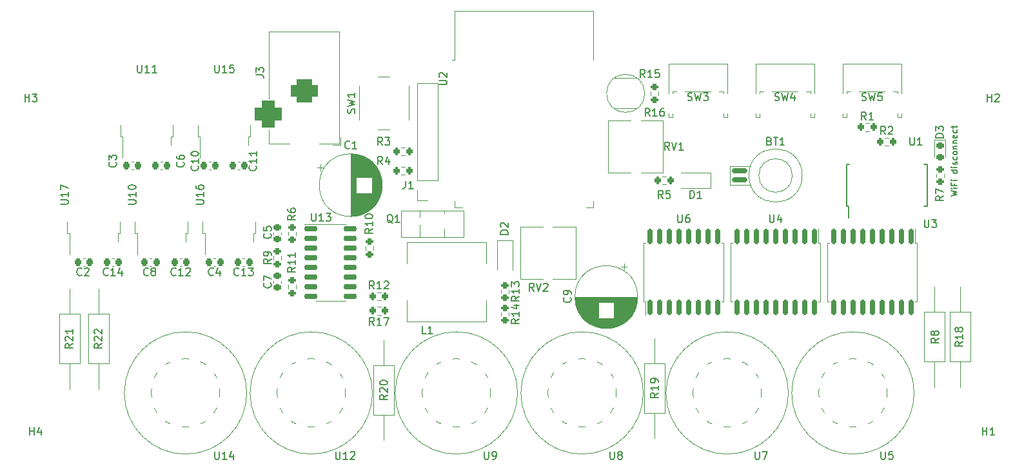
<source format=gto>
%TF.GenerationSoftware,KiCad,Pcbnew,(6.0.4)*%
%TF.CreationDate,2023-03-05T21:30:01+09:00*%
%TF.ProjectId,VFD__esp32,56464442-0865-4737-9033-322e6b696361,rev?*%
%TF.SameCoordinates,Original*%
%TF.FileFunction,Legend,Top*%
%TF.FilePolarity,Positive*%
%FSLAX46Y46*%
G04 Gerber Fmt 4.6, Leading zero omitted, Abs format (unit mm)*
G04 Created by KiCad (PCBNEW (6.0.4)) date 2023-03-05 21:30:01*
%MOMM*%
%LPD*%
G01*
G04 APERTURE LIST*
G04 Aperture macros list*
%AMRoundRect*
0 Rectangle with rounded corners*
0 $1 Rounding radius*
0 $2 $3 $4 $5 $6 $7 $8 $9 X,Y pos of 4 corners*
0 Add a 4 corners polygon primitive as box body*
4,1,4,$2,$3,$4,$5,$6,$7,$8,$9,$2,$3,0*
0 Add four circle primitives for the rounded corners*
1,1,$1+$1,$2,$3*
1,1,$1+$1,$4,$5*
1,1,$1+$1,$6,$7*
1,1,$1+$1,$8,$9*
0 Add four rect primitives between the rounded corners*
20,1,$1+$1,$2,$3,$4,$5,0*
20,1,$1+$1,$4,$5,$6,$7,0*
20,1,$1+$1,$6,$7,$8,$9,0*
20,1,$1+$1,$8,$9,$2,$3,0*%
G04 Aperture macros list end*
%ADD10C,0.150000*%
%ADD11C,0.120000*%
%ADD12C,1.500000*%
%ADD13RoundRect,0.200000X-0.275000X0.200000X-0.275000X-0.200000X0.275000X-0.200000X0.275000X0.200000X0*%
%ADD14C,0.800000*%
%ADD15C,6.400000*%
%ADD16C,1.600000*%
%ADD17O,1.600000X1.600000*%
%ADD18C,1.440000*%
%ADD19RoundRect,0.200000X-0.200000X-0.275000X0.200000X-0.275000X0.200000X0.275000X-0.200000X0.275000X0*%
%ADD20C,2.100000*%
%ADD21C,1.750000*%
%ADD22R,1.200000X0.900000*%
%ADD23R,3.850000X4.000000*%
%ADD24RoundRect,0.225000X-0.225000X-0.250000X0.225000X-0.250000X0.225000X0.250000X-0.225000X0.250000X0*%
%ADD25C,1.524000*%
%ADD26RoundRect,0.225000X0.225000X0.250000X-0.225000X0.250000X-0.225000X-0.250000X0.225000X-0.250000X0*%
%ADD27RoundRect,0.225000X-0.250000X0.225000X-0.250000X-0.225000X0.250000X-0.225000X0.250000X0.225000X0*%
%ADD28R,0.900000X1.200000*%
%ADD29R,1.600000X1.600000*%
%ADD30R,3.500000X3.500000*%
%ADD31RoundRect,0.750000X-1.000000X0.750000X-1.000000X-0.750000X1.000000X-0.750000X1.000000X0.750000X0*%
%ADD32RoundRect,0.875000X-0.875000X0.875000X-0.875000X-0.875000X0.875000X-0.875000X0.875000X0.875000X0*%
%ADD33R,1.200000X2.200000*%
%ADD34R,5.800000X6.400000*%
%ADD35RoundRect,0.150000X0.150000X-0.875000X0.150000X0.875000X-0.150000X0.875000X-0.150000X-0.875000X0*%
%ADD36RoundRect,0.200000X0.275000X-0.200000X0.275000X0.200000X-0.275000X0.200000X-0.275000X-0.200000X0*%
%ADD37R,2.000000X0.900000*%
%ADD38R,0.900000X2.000000*%
%ADD39R,5.000000X5.000000*%
%ADD40RoundRect,0.150000X-0.725000X-0.150000X0.725000X-0.150000X0.725000X0.150000X-0.725000X0.150000X0*%
%ADD41RoundRect,0.187500X0.812500X0.187500X-0.812500X0.187500X-0.812500X-0.187500X0.812500X-0.187500X0*%
%ADD42R,1.800000X1.800000*%
%ADD43O,1.800000X1.800000*%
%ADD44RoundRect,0.150000X-0.150000X0.875000X-0.150000X-0.875000X0.150000X-0.875000X0.150000X0.875000X0*%
%ADD45RoundRect,0.218750X-0.256250X0.218750X-0.256250X-0.218750X0.256250X-0.218750X0.256250X0.218750X0*%
%ADD46RoundRect,0.200000X0.200000X0.275000X-0.200000X0.275000X-0.200000X-0.275000X0.200000X-0.275000X0*%
%ADD47R,1.700000X1.700000*%
%ADD48O,1.700000X1.700000*%
%ADD49C,2.000000*%
%ADD50R,0.600000X1.500000*%
G04 APERTURE END LIST*
D10*
X207206904Y-123335476D02*
X208006904Y-123145000D01*
X207435476Y-122992619D01*
X208006904Y-122840238D01*
X207206904Y-122649761D01*
X208006904Y-122345000D02*
X207473571Y-122345000D01*
X207206904Y-122345000D02*
X207245000Y-122383095D01*
X207283095Y-122345000D01*
X207245000Y-122306904D01*
X207206904Y-122345000D01*
X207283095Y-122345000D01*
X207587857Y-121697380D02*
X207587857Y-121964047D01*
X208006904Y-121964047D02*
X207206904Y-121964047D01*
X207206904Y-121583095D01*
X208006904Y-121278333D02*
X207473571Y-121278333D01*
X207206904Y-121278333D02*
X207245000Y-121316428D01*
X207283095Y-121278333D01*
X207245000Y-121240238D01*
X207206904Y-121278333D01*
X207283095Y-121278333D01*
X208006904Y-119945000D02*
X207206904Y-119945000D01*
X207968809Y-119945000D02*
X208006904Y-120021190D01*
X208006904Y-120173571D01*
X207968809Y-120249761D01*
X207930714Y-120287857D01*
X207854523Y-120325952D01*
X207625952Y-120325952D01*
X207549761Y-120287857D01*
X207511666Y-120249761D01*
X207473571Y-120173571D01*
X207473571Y-120021190D01*
X207511666Y-119945000D01*
X208006904Y-119564047D02*
X207473571Y-119564047D01*
X207206904Y-119564047D02*
X207245000Y-119602142D01*
X207283095Y-119564047D01*
X207245000Y-119525952D01*
X207206904Y-119564047D01*
X207283095Y-119564047D01*
X207968809Y-119221190D02*
X208006904Y-119145000D01*
X208006904Y-118992619D01*
X207968809Y-118916428D01*
X207892619Y-118878333D01*
X207854523Y-118878333D01*
X207778333Y-118916428D01*
X207740238Y-118992619D01*
X207740238Y-119106904D01*
X207702142Y-119183095D01*
X207625952Y-119221190D01*
X207587857Y-119221190D01*
X207511666Y-119183095D01*
X207473571Y-119106904D01*
X207473571Y-118992619D01*
X207511666Y-118916428D01*
X207968809Y-118192619D02*
X208006904Y-118268809D01*
X208006904Y-118421190D01*
X207968809Y-118497380D01*
X207930714Y-118535476D01*
X207854523Y-118573571D01*
X207625952Y-118573571D01*
X207549761Y-118535476D01*
X207511666Y-118497380D01*
X207473571Y-118421190D01*
X207473571Y-118268809D01*
X207511666Y-118192619D01*
X208006904Y-117735476D02*
X207968809Y-117811666D01*
X207930714Y-117849761D01*
X207854523Y-117887857D01*
X207625952Y-117887857D01*
X207549761Y-117849761D01*
X207511666Y-117811666D01*
X207473571Y-117735476D01*
X207473571Y-117621190D01*
X207511666Y-117545000D01*
X207549761Y-117506904D01*
X207625952Y-117468809D01*
X207854523Y-117468809D01*
X207930714Y-117506904D01*
X207968809Y-117545000D01*
X208006904Y-117621190D01*
X208006904Y-117735476D01*
X207473571Y-117125952D02*
X208006904Y-117125952D01*
X207549761Y-117125952D02*
X207511666Y-117087857D01*
X207473571Y-117011666D01*
X207473571Y-116897380D01*
X207511666Y-116821190D01*
X207587857Y-116783095D01*
X208006904Y-116783095D01*
X207473571Y-116402142D02*
X208006904Y-116402142D01*
X207549761Y-116402142D02*
X207511666Y-116364047D01*
X207473571Y-116287857D01*
X207473571Y-116173571D01*
X207511666Y-116097380D01*
X207587857Y-116059285D01*
X208006904Y-116059285D01*
X207968809Y-115373571D02*
X208006904Y-115449761D01*
X208006904Y-115602142D01*
X207968809Y-115678333D01*
X207892619Y-115716428D01*
X207587857Y-115716428D01*
X207511666Y-115678333D01*
X207473571Y-115602142D01*
X207473571Y-115449761D01*
X207511666Y-115373571D01*
X207587857Y-115335476D01*
X207664047Y-115335476D01*
X207740238Y-115716428D01*
X207968809Y-114649761D02*
X208006904Y-114725952D01*
X208006904Y-114878333D01*
X207968809Y-114954523D01*
X207930714Y-114992619D01*
X207854523Y-115030714D01*
X207625952Y-115030714D01*
X207549761Y-114992619D01*
X207511666Y-114954523D01*
X207473571Y-114878333D01*
X207473571Y-114725952D01*
X207511666Y-114649761D01*
X207473571Y-114421190D02*
X207473571Y-114116428D01*
X207206904Y-114306904D02*
X207892619Y-114306904D01*
X207968809Y-114268809D01*
X208006904Y-114192619D01*
X208006904Y-114116428D01*
%TO.C,R15*%
X166997142Y-107767380D02*
X166663809Y-107291190D01*
X166425714Y-107767380D02*
X166425714Y-106767380D01*
X166806666Y-106767380D01*
X166901904Y-106815000D01*
X166949523Y-106862619D01*
X166997142Y-106957857D01*
X166997142Y-107100714D01*
X166949523Y-107195952D01*
X166901904Y-107243571D01*
X166806666Y-107291190D01*
X166425714Y-107291190D01*
X167949523Y-107767380D02*
X167378095Y-107767380D01*
X167663809Y-107767380D02*
X167663809Y-106767380D01*
X167568571Y-106910238D01*
X167473333Y-107005476D01*
X167378095Y-107053095D01*
X168854285Y-106767380D02*
X168378095Y-106767380D01*
X168330476Y-107243571D01*
X168378095Y-107195952D01*
X168473333Y-107148333D01*
X168711428Y-107148333D01*
X168806666Y-107195952D01*
X168854285Y-107243571D01*
X168901904Y-107338809D01*
X168901904Y-107576904D01*
X168854285Y-107672142D01*
X168806666Y-107719761D01*
X168711428Y-107767380D01*
X168473333Y-107767380D01*
X168378095Y-107719761D01*
X168330476Y-107672142D01*
%TO.C,R11*%
X121102380Y-132722857D02*
X120626190Y-133056190D01*
X121102380Y-133294285D02*
X120102380Y-133294285D01*
X120102380Y-132913333D01*
X120150000Y-132818095D01*
X120197619Y-132770476D01*
X120292857Y-132722857D01*
X120435714Y-132722857D01*
X120530952Y-132770476D01*
X120578571Y-132818095D01*
X120626190Y-132913333D01*
X120626190Y-133294285D01*
X121102380Y-131770476D02*
X121102380Y-132341904D01*
X121102380Y-132056190D02*
X120102380Y-132056190D01*
X120245238Y-132151428D01*
X120340476Y-132246666D01*
X120388095Y-132341904D01*
X121102380Y-130818095D02*
X121102380Y-131389523D01*
X121102380Y-131103809D02*
X120102380Y-131103809D01*
X120245238Y-131199047D01*
X120340476Y-131294285D01*
X120388095Y-131389523D01*
%TO.C,H2*%
X211963095Y-110942380D02*
X211963095Y-109942380D01*
X211963095Y-110418571D02*
X212534523Y-110418571D01*
X212534523Y-110942380D02*
X212534523Y-109942380D01*
X212963095Y-110037619D02*
X213010714Y-109990000D01*
X213105952Y-109942380D01*
X213344047Y-109942380D01*
X213439285Y-109990000D01*
X213486904Y-110037619D01*
X213534523Y-110132857D01*
X213534523Y-110228095D01*
X213486904Y-110370952D01*
X212915476Y-110942380D01*
X213534523Y-110942380D01*
%TO.C,R21*%
X91892380Y-142755857D02*
X91416190Y-143089190D01*
X91892380Y-143327285D02*
X90892380Y-143327285D01*
X90892380Y-142946333D01*
X90940000Y-142851095D01*
X90987619Y-142803476D01*
X91082857Y-142755857D01*
X91225714Y-142755857D01*
X91320952Y-142803476D01*
X91368571Y-142851095D01*
X91416190Y-142946333D01*
X91416190Y-143327285D01*
X90987619Y-142374904D02*
X90940000Y-142327285D01*
X90892380Y-142232047D01*
X90892380Y-141993952D01*
X90940000Y-141898714D01*
X90987619Y-141851095D01*
X91082857Y-141803476D01*
X91178095Y-141803476D01*
X91320952Y-141851095D01*
X91892380Y-142422523D01*
X91892380Y-141803476D01*
X91892380Y-140851095D02*
X91892380Y-141422523D01*
X91892380Y-141136809D02*
X90892380Y-141136809D01*
X91035238Y-141232047D01*
X91130476Y-141327285D01*
X91178095Y-141422523D01*
%TO.C,R22*%
X95702380Y-142755857D02*
X95226190Y-143089190D01*
X95702380Y-143327285D02*
X94702380Y-143327285D01*
X94702380Y-142946333D01*
X94750000Y-142851095D01*
X94797619Y-142803476D01*
X94892857Y-142755857D01*
X95035714Y-142755857D01*
X95130952Y-142803476D01*
X95178571Y-142851095D01*
X95226190Y-142946333D01*
X95226190Y-143327285D01*
X94797619Y-142374904D02*
X94750000Y-142327285D01*
X94702380Y-142232047D01*
X94702380Y-141993952D01*
X94750000Y-141898714D01*
X94797619Y-141851095D01*
X94892857Y-141803476D01*
X94988095Y-141803476D01*
X95130952Y-141851095D01*
X95702380Y-142422523D01*
X95702380Y-141803476D01*
X94797619Y-141422523D02*
X94750000Y-141374904D01*
X94702380Y-141279666D01*
X94702380Y-141041571D01*
X94750000Y-140946333D01*
X94797619Y-140898714D01*
X94892857Y-140851095D01*
X94988095Y-140851095D01*
X95130952Y-140898714D01*
X95702380Y-141470142D01*
X95702380Y-140851095D01*
%TO.C,H1*%
X211328095Y-154757380D02*
X211328095Y-153757380D01*
X211328095Y-154233571D02*
X211899523Y-154233571D01*
X211899523Y-154757380D02*
X211899523Y-153757380D01*
X212899523Y-154757380D02*
X212328095Y-154757380D01*
X212613809Y-154757380D02*
X212613809Y-153757380D01*
X212518571Y-153900238D01*
X212423333Y-153995476D01*
X212328095Y-154043095D01*
%TO.C,R16*%
X167632142Y-112847380D02*
X167298809Y-112371190D01*
X167060714Y-112847380D02*
X167060714Y-111847380D01*
X167441666Y-111847380D01*
X167536904Y-111895000D01*
X167584523Y-111942619D01*
X167632142Y-112037857D01*
X167632142Y-112180714D01*
X167584523Y-112275952D01*
X167536904Y-112323571D01*
X167441666Y-112371190D01*
X167060714Y-112371190D01*
X168584523Y-112847380D02*
X168013095Y-112847380D01*
X168298809Y-112847380D02*
X168298809Y-111847380D01*
X168203571Y-111990238D01*
X168108333Y-112085476D01*
X168013095Y-112133095D01*
X169441666Y-111847380D02*
X169251190Y-111847380D01*
X169155952Y-111895000D01*
X169108333Y-111942619D01*
X169013095Y-112085476D01*
X168965476Y-112275952D01*
X168965476Y-112656904D01*
X169013095Y-112752142D01*
X169060714Y-112799761D01*
X169155952Y-112847380D01*
X169346428Y-112847380D01*
X169441666Y-112799761D01*
X169489285Y-112752142D01*
X169536904Y-112656904D01*
X169536904Y-112418809D01*
X169489285Y-112323571D01*
X169441666Y-112275952D01*
X169346428Y-112228333D01*
X169155952Y-112228333D01*
X169060714Y-112275952D01*
X169013095Y-112323571D01*
X168965476Y-112418809D01*
%TO.C,R9*%
X117927380Y-131611666D02*
X117451190Y-131945000D01*
X117927380Y-132183095D02*
X116927380Y-132183095D01*
X116927380Y-131802142D01*
X116975000Y-131706904D01*
X117022619Y-131659285D01*
X117117857Y-131611666D01*
X117260714Y-131611666D01*
X117355952Y-131659285D01*
X117403571Y-131706904D01*
X117451190Y-131802142D01*
X117451190Y-132183095D01*
X117927380Y-131135476D02*
X117927380Y-130945000D01*
X117879761Y-130849761D01*
X117832142Y-130802142D01*
X117689285Y-130706904D01*
X117498809Y-130659285D01*
X117117857Y-130659285D01*
X117022619Y-130706904D01*
X116975000Y-130754523D01*
X116927380Y-130849761D01*
X116927380Y-131040238D01*
X116975000Y-131135476D01*
X117022619Y-131183095D01*
X117117857Y-131230714D01*
X117355952Y-131230714D01*
X117451190Y-131183095D01*
X117498809Y-131135476D01*
X117546428Y-131040238D01*
X117546428Y-130849761D01*
X117498809Y-130754523D01*
X117451190Y-130706904D01*
X117355952Y-130659285D01*
%TO.C,RV2*%
X152439761Y-135827380D02*
X152106428Y-135351190D01*
X151868333Y-135827380D02*
X151868333Y-134827380D01*
X152249285Y-134827380D01*
X152344523Y-134875000D01*
X152392142Y-134922619D01*
X152439761Y-135017857D01*
X152439761Y-135160714D01*
X152392142Y-135255952D01*
X152344523Y-135303571D01*
X152249285Y-135351190D01*
X151868333Y-135351190D01*
X152725476Y-134827380D02*
X153058809Y-135827380D01*
X153392142Y-134827380D01*
X153677857Y-134922619D02*
X153725476Y-134875000D01*
X153820714Y-134827380D01*
X154058809Y-134827380D01*
X154154047Y-134875000D01*
X154201666Y-134922619D01*
X154249285Y-135017857D01*
X154249285Y-135113095D01*
X154201666Y-135255952D01*
X153630238Y-135827380D01*
X154249285Y-135827380D01*
%TO.C,R4*%
X132548333Y-119197380D02*
X132215000Y-118721190D01*
X131976904Y-119197380D02*
X131976904Y-118197380D01*
X132357857Y-118197380D01*
X132453095Y-118245000D01*
X132500714Y-118292619D01*
X132548333Y-118387857D01*
X132548333Y-118530714D01*
X132500714Y-118625952D01*
X132453095Y-118673571D01*
X132357857Y-118721190D01*
X131976904Y-118721190D01*
X133405476Y-118530714D02*
X133405476Y-119197380D01*
X133167380Y-118149761D02*
X132929285Y-118864047D01*
X133548333Y-118864047D01*
%TO.C,SW5*%
X195491666Y-110747261D02*
X195634523Y-110794880D01*
X195872619Y-110794880D01*
X195967857Y-110747261D01*
X196015476Y-110699642D01*
X196063095Y-110604404D01*
X196063095Y-110509166D01*
X196015476Y-110413928D01*
X195967857Y-110366309D01*
X195872619Y-110318690D01*
X195682142Y-110271071D01*
X195586904Y-110223452D01*
X195539285Y-110175833D01*
X195491666Y-110080595D01*
X195491666Y-109985357D01*
X195539285Y-109890119D01*
X195586904Y-109842500D01*
X195682142Y-109794880D01*
X195920238Y-109794880D01*
X196063095Y-109842500D01*
X196396428Y-109794880D02*
X196634523Y-110794880D01*
X196825000Y-110080595D01*
X197015476Y-110794880D01*
X197253571Y-109794880D01*
X198110714Y-109794880D02*
X197634523Y-109794880D01*
X197586904Y-110271071D01*
X197634523Y-110223452D01*
X197729761Y-110175833D01*
X197967857Y-110175833D01*
X198063095Y-110223452D01*
X198110714Y-110271071D01*
X198158333Y-110366309D01*
X198158333Y-110604404D01*
X198110714Y-110699642D01*
X198063095Y-110747261D01*
X197967857Y-110794880D01*
X197729761Y-110794880D01*
X197634523Y-110747261D01*
X197586904Y-110699642D01*
%TO.C,D2*%
X149042380Y-128373095D02*
X148042380Y-128373095D01*
X148042380Y-128135000D01*
X148090000Y-127992142D01*
X148185238Y-127896904D01*
X148280476Y-127849285D01*
X148470952Y-127801666D01*
X148613809Y-127801666D01*
X148804285Y-127849285D01*
X148899523Y-127896904D01*
X148994761Y-127992142D01*
X149042380Y-128135000D01*
X149042380Y-128373095D01*
X148137619Y-127420714D02*
X148090000Y-127373095D01*
X148042380Y-127277857D01*
X148042380Y-127039761D01*
X148090000Y-126944523D01*
X148137619Y-126896904D01*
X148232857Y-126849285D01*
X148328095Y-126849285D01*
X148470952Y-126896904D01*
X149042380Y-127468333D01*
X149042380Y-126849285D01*
%TO.C,L1*%
X138263333Y-141422380D02*
X137787142Y-141422380D01*
X137787142Y-140422380D01*
X139120476Y-141422380D02*
X138549047Y-141422380D01*
X138834761Y-141422380D02*
X138834761Y-140422380D01*
X138739523Y-140565238D01*
X138644285Y-140660476D01*
X138549047Y-140708095D01*
%TO.C,R5*%
X169378333Y-123642380D02*
X169045000Y-123166190D01*
X168806904Y-123642380D02*
X168806904Y-122642380D01*
X169187857Y-122642380D01*
X169283095Y-122690000D01*
X169330714Y-122737619D01*
X169378333Y-122832857D01*
X169378333Y-122975714D01*
X169330714Y-123070952D01*
X169283095Y-123118571D01*
X169187857Y-123166190D01*
X168806904Y-123166190D01*
X170283095Y-122642380D02*
X169806904Y-122642380D01*
X169759285Y-123118571D01*
X169806904Y-123070952D01*
X169902142Y-123023333D01*
X170140238Y-123023333D01*
X170235476Y-123070952D01*
X170283095Y-123118571D01*
X170330714Y-123213809D01*
X170330714Y-123451904D01*
X170283095Y-123547142D01*
X170235476Y-123594761D01*
X170140238Y-123642380D01*
X169902142Y-123642380D01*
X169806904Y-123594761D01*
X169759285Y-123547142D01*
%TO.C,H3*%
X85598095Y-110942380D02*
X85598095Y-109942380D01*
X85598095Y-110418571D02*
X86169523Y-110418571D01*
X86169523Y-110942380D02*
X86169523Y-109942380D01*
X86550476Y-109942380D02*
X87169523Y-109942380D01*
X86836190Y-110323333D01*
X86979047Y-110323333D01*
X87074285Y-110370952D01*
X87121904Y-110418571D01*
X87169523Y-110513809D01*
X87169523Y-110751904D01*
X87121904Y-110847142D01*
X87074285Y-110894761D01*
X86979047Y-110942380D01*
X86693333Y-110942380D01*
X86598095Y-110894761D01*
X86550476Y-110847142D01*
%TO.C,R13*%
X150472380Y-136532857D02*
X149996190Y-136866190D01*
X150472380Y-137104285D02*
X149472380Y-137104285D01*
X149472380Y-136723333D01*
X149520000Y-136628095D01*
X149567619Y-136580476D01*
X149662857Y-136532857D01*
X149805714Y-136532857D01*
X149900952Y-136580476D01*
X149948571Y-136628095D01*
X149996190Y-136723333D01*
X149996190Y-137104285D01*
X150472380Y-135580476D02*
X150472380Y-136151904D01*
X150472380Y-135866190D02*
X149472380Y-135866190D01*
X149615238Y-135961428D01*
X149710476Y-136056666D01*
X149758095Y-136151904D01*
X149472380Y-135247142D02*
X149472380Y-134628095D01*
X149853333Y-134961428D01*
X149853333Y-134818571D01*
X149900952Y-134723333D01*
X149948571Y-134675714D01*
X150043809Y-134628095D01*
X150281904Y-134628095D01*
X150377142Y-134675714D01*
X150424761Y-134723333D01*
X150472380Y-134818571D01*
X150472380Y-135104285D01*
X150424761Y-135199523D01*
X150377142Y-135247142D01*
%TO.C,C4*%
X110323333Y-133707142D02*
X110275714Y-133754761D01*
X110132857Y-133802380D01*
X110037619Y-133802380D01*
X109894761Y-133754761D01*
X109799523Y-133659523D01*
X109751904Y-133564285D01*
X109704285Y-133373809D01*
X109704285Y-133230952D01*
X109751904Y-133040476D01*
X109799523Y-132945238D01*
X109894761Y-132850000D01*
X110037619Y-132802380D01*
X110132857Y-132802380D01*
X110275714Y-132850000D01*
X110323333Y-132897619D01*
X111180476Y-133135714D02*
X111180476Y-133802380D01*
X110942380Y-132754761D02*
X110704285Y-133469047D01*
X111323333Y-133469047D01*
%TO.C,R19*%
X168727380Y-149232857D02*
X168251190Y-149566190D01*
X168727380Y-149804285D02*
X167727380Y-149804285D01*
X167727380Y-149423333D01*
X167775000Y-149328095D01*
X167822619Y-149280476D01*
X167917857Y-149232857D01*
X168060714Y-149232857D01*
X168155952Y-149280476D01*
X168203571Y-149328095D01*
X168251190Y-149423333D01*
X168251190Y-149804285D01*
X168727380Y-148280476D02*
X168727380Y-148851904D01*
X168727380Y-148566190D02*
X167727380Y-148566190D01*
X167870238Y-148661428D01*
X167965476Y-148756666D01*
X168013095Y-148851904D01*
X168727380Y-147804285D02*
X168727380Y-147613809D01*
X168679761Y-147518571D01*
X168632142Y-147470952D01*
X168489285Y-147375714D01*
X168298809Y-147328095D01*
X167917857Y-147328095D01*
X167822619Y-147375714D01*
X167775000Y-147423333D01*
X167727380Y-147518571D01*
X167727380Y-147709047D01*
X167775000Y-147804285D01*
X167822619Y-147851904D01*
X167917857Y-147899523D01*
X168155952Y-147899523D01*
X168251190Y-147851904D01*
X168298809Y-147804285D01*
X168346428Y-147709047D01*
X168346428Y-147518571D01*
X168298809Y-147423333D01*
X168251190Y-147375714D01*
X168155952Y-147328095D01*
%TO.C,U12*%
X126396904Y-156932380D02*
X126396904Y-157741904D01*
X126444523Y-157837142D01*
X126492142Y-157884761D01*
X126587380Y-157932380D01*
X126777857Y-157932380D01*
X126873095Y-157884761D01*
X126920714Y-157837142D01*
X126968333Y-157741904D01*
X126968333Y-156932380D01*
X127968333Y-157932380D02*
X127396904Y-157932380D01*
X127682619Y-157932380D02*
X127682619Y-156932380D01*
X127587380Y-157075238D01*
X127492142Y-157170476D01*
X127396904Y-157218095D01*
X128349285Y-157027619D02*
X128396904Y-156980000D01*
X128492142Y-156932380D01*
X128730238Y-156932380D01*
X128825476Y-156980000D01*
X128873095Y-157027619D01*
X128920714Y-157122857D01*
X128920714Y-157218095D01*
X128873095Y-157360952D01*
X128301666Y-157932380D01*
X128920714Y-157932380D01*
%TO.C,C11*%
X115927142Y-119387857D02*
X115974761Y-119435476D01*
X116022380Y-119578333D01*
X116022380Y-119673571D01*
X115974761Y-119816428D01*
X115879523Y-119911666D01*
X115784285Y-119959285D01*
X115593809Y-120006904D01*
X115450952Y-120006904D01*
X115260476Y-119959285D01*
X115165238Y-119911666D01*
X115070000Y-119816428D01*
X115022380Y-119673571D01*
X115022380Y-119578333D01*
X115070000Y-119435476D01*
X115117619Y-119387857D01*
X116022380Y-118435476D02*
X116022380Y-119006904D01*
X116022380Y-118721190D02*
X115022380Y-118721190D01*
X115165238Y-118816428D01*
X115260476Y-118911666D01*
X115308095Y-119006904D01*
X116022380Y-117483095D02*
X116022380Y-118054523D01*
X116022380Y-117768809D02*
X115022380Y-117768809D01*
X115165238Y-117864047D01*
X115260476Y-117959285D01*
X115308095Y-118054523D01*
%TO.C,C5*%
X117832142Y-128296086D02*
X117879761Y-128343705D01*
X117927380Y-128486562D01*
X117927380Y-128581800D01*
X117879761Y-128724658D01*
X117784523Y-128819896D01*
X117689285Y-128867515D01*
X117498809Y-128915134D01*
X117355952Y-128915134D01*
X117165476Y-128867515D01*
X117070238Y-128819896D01*
X116975000Y-128724658D01*
X116927380Y-128581800D01*
X116927380Y-128486562D01*
X116975000Y-128343705D01*
X117022619Y-128296086D01*
X116927380Y-127391324D02*
X116927380Y-127867515D01*
X117403571Y-127915134D01*
X117355952Y-127867515D01*
X117308333Y-127772277D01*
X117308333Y-127534181D01*
X117355952Y-127438943D01*
X117403571Y-127391324D01*
X117498809Y-127343705D01*
X117736904Y-127343705D01*
X117832142Y-127391324D01*
X117879761Y-127438943D01*
X117927380Y-127534181D01*
X117927380Y-127772277D01*
X117879761Y-127867515D01*
X117832142Y-127915134D01*
%TO.C,R18*%
X208732380Y-142501857D02*
X208256190Y-142835190D01*
X208732380Y-143073285D02*
X207732380Y-143073285D01*
X207732380Y-142692333D01*
X207780000Y-142597095D01*
X207827619Y-142549476D01*
X207922857Y-142501857D01*
X208065714Y-142501857D01*
X208160952Y-142549476D01*
X208208571Y-142597095D01*
X208256190Y-142692333D01*
X208256190Y-143073285D01*
X208732380Y-141549476D02*
X208732380Y-142120904D01*
X208732380Y-141835190D02*
X207732380Y-141835190D01*
X207875238Y-141930428D01*
X207970476Y-142025666D01*
X208018095Y-142120904D01*
X208160952Y-140978047D02*
X208113333Y-141073285D01*
X208065714Y-141120904D01*
X207970476Y-141168523D01*
X207922857Y-141168523D01*
X207827619Y-141120904D01*
X207780000Y-141073285D01*
X207732380Y-140978047D01*
X207732380Y-140787571D01*
X207780000Y-140692333D01*
X207827619Y-140644714D01*
X207922857Y-140597095D01*
X207970476Y-140597095D01*
X208065714Y-140644714D01*
X208113333Y-140692333D01*
X208160952Y-140787571D01*
X208160952Y-140978047D01*
X208208571Y-141073285D01*
X208256190Y-141120904D01*
X208351428Y-141168523D01*
X208541904Y-141168523D01*
X208637142Y-141120904D01*
X208684761Y-141073285D01*
X208732380Y-140978047D01*
X208732380Y-140787571D01*
X208684761Y-140692333D01*
X208637142Y-140644714D01*
X208541904Y-140597095D01*
X208351428Y-140597095D01*
X208256190Y-140644714D01*
X208208571Y-140692333D01*
X208160952Y-140787571D01*
%TO.C,D1*%
X172916904Y-123642380D02*
X172916904Y-122642380D01*
X173155000Y-122642380D01*
X173297857Y-122690000D01*
X173393095Y-122785238D01*
X173440714Y-122880476D01*
X173488333Y-123070952D01*
X173488333Y-123213809D01*
X173440714Y-123404285D01*
X173393095Y-123499523D01*
X173297857Y-123594761D01*
X173155000Y-123642380D01*
X172916904Y-123642380D01*
X174440714Y-123642380D02*
X173869285Y-123642380D01*
X174155000Y-123642380D02*
X174155000Y-122642380D01*
X174059761Y-122785238D01*
X173964523Y-122880476D01*
X173869285Y-122928095D01*
%TO.C,C8*%
X101787753Y-133707142D02*
X101740134Y-133754761D01*
X101597277Y-133802380D01*
X101502039Y-133802380D01*
X101359181Y-133754761D01*
X101263943Y-133659523D01*
X101216324Y-133564285D01*
X101168705Y-133373809D01*
X101168705Y-133230952D01*
X101216324Y-133040476D01*
X101263943Y-132945238D01*
X101359181Y-132850000D01*
X101502039Y-132802380D01*
X101597277Y-132802380D01*
X101740134Y-132850000D01*
X101787753Y-132897619D01*
X102359181Y-133230952D02*
X102263943Y-133183333D01*
X102216324Y-133135714D01*
X102168705Y-133040476D01*
X102168705Y-132992857D01*
X102216324Y-132897619D01*
X102263943Y-132850000D01*
X102359181Y-132802380D01*
X102549658Y-132802380D01*
X102644896Y-132850000D01*
X102692515Y-132897619D01*
X102740134Y-132992857D01*
X102740134Y-133040476D01*
X102692515Y-133135714D01*
X102644896Y-133183333D01*
X102549658Y-133230952D01*
X102359181Y-133230952D01*
X102263943Y-133278571D01*
X102216324Y-133326190D01*
X102168705Y-133421428D01*
X102168705Y-133611904D01*
X102216324Y-133707142D01*
X102263943Y-133754761D01*
X102359181Y-133802380D01*
X102549658Y-133802380D01*
X102644896Y-133754761D01*
X102692515Y-133707142D01*
X102740134Y-133611904D01*
X102740134Y-133421428D01*
X102692515Y-133326190D01*
X102644896Y-133278571D01*
X102549658Y-133230952D01*
%TO.C,C1*%
X128200682Y-117027142D02*
X128153063Y-117074761D01*
X128010206Y-117122380D01*
X127914968Y-117122380D01*
X127772110Y-117074761D01*
X127676872Y-116979523D01*
X127629253Y-116884285D01*
X127581634Y-116693809D01*
X127581634Y-116550952D01*
X127629253Y-116360476D01*
X127676872Y-116265238D01*
X127772110Y-116170000D01*
X127914968Y-116122380D01*
X128010206Y-116122380D01*
X128153063Y-116170000D01*
X128200682Y-116217619D01*
X129153063Y-117122380D02*
X128581634Y-117122380D01*
X128867349Y-117122380D02*
X128867349Y-116122380D01*
X128772110Y-116265238D01*
X128676872Y-116360476D01*
X128581634Y-116408095D01*
%TO.C,RV1*%
X170219761Y-117292380D02*
X169886428Y-116816190D01*
X169648333Y-117292380D02*
X169648333Y-116292380D01*
X170029285Y-116292380D01*
X170124523Y-116340000D01*
X170172142Y-116387619D01*
X170219761Y-116482857D01*
X170219761Y-116625714D01*
X170172142Y-116720952D01*
X170124523Y-116768571D01*
X170029285Y-116816190D01*
X169648333Y-116816190D01*
X170505476Y-116292380D02*
X170838809Y-117292380D01*
X171172142Y-116292380D01*
X172029285Y-117292380D02*
X171457857Y-117292380D01*
X171743571Y-117292380D02*
X171743571Y-116292380D01*
X171648333Y-116435238D01*
X171553095Y-116530476D01*
X171457857Y-116578095D01*
%TO.C,R14*%
X150472380Y-139517857D02*
X149996190Y-139851190D01*
X150472380Y-140089285D02*
X149472380Y-140089285D01*
X149472380Y-139708333D01*
X149520000Y-139613095D01*
X149567619Y-139565476D01*
X149662857Y-139517857D01*
X149805714Y-139517857D01*
X149900952Y-139565476D01*
X149948571Y-139613095D01*
X149996190Y-139708333D01*
X149996190Y-140089285D01*
X150472380Y-138565476D02*
X150472380Y-139136904D01*
X150472380Y-138851190D02*
X149472380Y-138851190D01*
X149615238Y-138946428D01*
X149710476Y-139041666D01*
X149758095Y-139136904D01*
X149805714Y-137708333D02*
X150472380Y-137708333D01*
X149424761Y-137946428D02*
X150139047Y-138184523D01*
X150139047Y-137565476D01*
%TO.C,C3*%
X97512142Y-118911666D02*
X97559761Y-118959285D01*
X97607380Y-119102142D01*
X97607380Y-119197380D01*
X97559761Y-119340238D01*
X97464523Y-119435476D01*
X97369285Y-119483095D01*
X97178809Y-119530714D01*
X97035952Y-119530714D01*
X96845476Y-119483095D01*
X96750238Y-119435476D01*
X96655000Y-119340238D01*
X96607380Y-119197380D01*
X96607380Y-119102142D01*
X96655000Y-118959285D01*
X96702619Y-118911666D01*
X96607380Y-118578333D02*
X96607380Y-117959285D01*
X96988333Y-118292619D01*
X96988333Y-118149761D01*
X97035952Y-118054523D01*
X97083571Y-118006904D01*
X97178809Y-117959285D01*
X97416904Y-117959285D01*
X97512142Y-118006904D01*
X97559761Y-118054523D01*
X97607380Y-118149761D01*
X97607380Y-118435476D01*
X97559761Y-118530714D01*
X97512142Y-118578333D01*
%TO.C,C10*%
X108307142Y-119387857D02*
X108354761Y-119435476D01*
X108402380Y-119578333D01*
X108402380Y-119673571D01*
X108354761Y-119816428D01*
X108259523Y-119911666D01*
X108164285Y-119959285D01*
X107973809Y-120006904D01*
X107830952Y-120006904D01*
X107640476Y-119959285D01*
X107545238Y-119911666D01*
X107450000Y-119816428D01*
X107402380Y-119673571D01*
X107402380Y-119578333D01*
X107450000Y-119435476D01*
X107497619Y-119387857D01*
X108402380Y-118435476D02*
X108402380Y-119006904D01*
X108402380Y-118721190D02*
X107402380Y-118721190D01*
X107545238Y-118816428D01*
X107640476Y-118911666D01*
X107688095Y-119006904D01*
X107402380Y-117816428D02*
X107402380Y-117721190D01*
X107450000Y-117625952D01*
X107497619Y-117578333D01*
X107592857Y-117530714D01*
X107783333Y-117483095D01*
X108021428Y-117483095D01*
X108211904Y-117530714D01*
X108307142Y-117578333D01*
X108354761Y-117625952D01*
X108402380Y-117721190D01*
X108402380Y-117816428D01*
X108354761Y-117911666D01*
X108307142Y-117959285D01*
X108211904Y-118006904D01*
X108021428Y-118054523D01*
X107783333Y-118054523D01*
X107592857Y-118006904D01*
X107497619Y-117959285D01*
X107450000Y-117911666D01*
X107402380Y-117816428D01*
%TO.C,R8*%
X205557380Y-142025666D02*
X205081190Y-142359000D01*
X205557380Y-142597095D02*
X204557380Y-142597095D01*
X204557380Y-142216142D01*
X204605000Y-142120904D01*
X204652619Y-142073285D01*
X204747857Y-142025666D01*
X204890714Y-142025666D01*
X204985952Y-142073285D01*
X205033571Y-142120904D01*
X205081190Y-142216142D01*
X205081190Y-142597095D01*
X204985952Y-141454238D02*
X204938333Y-141549476D01*
X204890714Y-141597095D01*
X204795476Y-141644714D01*
X204747857Y-141644714D01*
X204652619Y-141597095D01*
X204605000Y-141549476D01*
X204557380Y-141454238D01*
X204557380Y-141263761D01*
X204605000Y-141168523D01*
X204652619Y-141120904D01*
X204747857Y-141073285D01*
X204795476Y-141073285D01*
X204890714Y-141120904D01*
X204938333Y-141168523D01*
X204985952Y-141263761D01*
X204985952Y-141454238D01*
X205033571Y-141549476D01*
X205081190Y-141597095D01*
X205176428Y-141644714D01*
X205366904Y-141644714D01*
X205462142Y-141597095D01*
X205509761Y-141549476D01*
X205557380Y-141454238D01*
X205557380Y-141263761D01*
X205509761Y-141168523D01*
X205462142Y-141120904D01*
X205366904Y-141073285D01*
X205176428Y-141073285D01*
X205081190Y-141120904D01*
X205033571Y-141168523D01*
X204985952Y-141263761D01*
%TO.C,J3*%
X115944880Y-107453333D02*
X116659166Y-107453333D01*
X116802023Y-107500952D01*
X116897261Y-107596190D01*
X116944880Y-107739047D01*
X116944880Y-107834285D01*
X115944880Y-107072380D02*
X115944880Y-106453333D01*
X116325833Y-106786666D01*
X116325833Y-106643809D01*
X116373452Y-106548571D01*
X116421071Y-106500952D01*
X116516309Y-106453333D01*
X116754404Y-106453333D01*
X116849642Y-106500952D01*
X116897261Y-106548571D01*
X116944880Y-106643809D01*
X116944880Y-106929523D01*
X116897261Y-107024761D01*
X116849642Y-107072380D01*
%TO.C,U14*%
X110521904Y-156932380D02*
X110521904Y-157741904D01*
X110569523Y-157837142D01*
X110617142Y-157884761D01*
X110712380Y-157932380D01*
X110902857Y-157932380D01*
X110998095Y-157884761D01*
X111045714Y-157837142D01*
X111093333Y-157741904D01*
X111093333Y-156932380D01*
X112093333Y-157932380D02*
X111521904Y-157932380D01*
X111807619Y-157932380D02*
X111807619Y-156932380D01*
X111712380Y-157075238D01*
X111617142Y-157170476D01*
X111521904Y-157218095D01*
X112950476Y-157265714D02*
X112950476Y-157932380D01*
X112712380Y-156884761D02*
X112474285Y-157599047D01*
X113093333Y-157599047D01*
%TO.C,C6*%
X106402142Y-118911666D02*
X106449761Y-118959285D01*
X106497380Y-119102142D01*
X106497380Y-119197380D01*
X106449761Y-119340238D01*
X106354523Y-119435476D01*
X106259285Y-119483095D01*
X106068809Y-119530714D01*
X105925952Y-119530714D01*
X105735476Y-119483095D01*
X105640238Y-119435476D01*
X105545000Y-119340238D01*
X105497380Y-119197380D01*
X105497380Y-119102142D01*
X105545000Y-118959285D01*
X105592619Y-118911666D01*
X105497380Y-118054523D02*
X105497380Y-118245000D01*
X105545000Y-118340238D01*
X105592619Y-118387857D01*
X105735476Y-118483095D01*
X105925952Y-118530714D01*
X106306904Y-118530714D01*
X106402142Y-118483095D01*
X106449761Y-118435476D01*
X106497380Y-118340238D01*
X106497380Y-118149761D01*
X106449761Y-118054523D01*
X106402142Y-118006904D01*
X106306904Y-117959285D01*
X106068809Y-117959285D01*
X105973571Y-118006904D01*
X105925952Y-118054523D01*
X105878333Y-118149761D01*
X105878333Y-118340238D01*
X105925952Y-118435476D01*
X105973571Y-118483095D01*
X106068809Y-118530714D01*
%TO.C,U15*%
X110521904Y-106132380D02*
X110521904Y-106941904D01*
X110569523Y-107037142D01*
X110617142Y-107084761D01*
X110712380Y-107132380D01*
X110902857Y-107132380D01*
X110998095Y-107084761D01*
X111045714Y-107037142D01*
X111093333Y-106941904D01*
X111093333Y-106132380D01*
X112093333Y-107132380D02*
X111521904Y-107132380D01*
X111807619Y-107132380D02*
X111807619Y-106132380D01*
X111712380Y-106275238D01*
X111617142Y-106370476D01*
X111521904Y-106418095D01*
X112998095Y-106132380D02*
X112521904Y-106132380D01*
X112474285Y-106608571D01*
X112521904Y-106560952D01*
X112617142Y-106513333D01*
X112855238Y-106513333D01*
X112950476Y-106560952D01*
X112998095Y-106608571D01*
X113045714Y-106703809D01*
X113045714Y-106941904D01*
X112998095Y-107037142D01*
X112950476Y-107084761D01*
X112855238Y-107132380D01*
X112617142Y-107132380D01*
X112521904Y-107084761D01*
X112474285Y-107037142D01*
%TO.C,R20*%
X133167380Y-149486857D02*
X132691190Y-149820190D01*
X133167380Y-150058285D02*
X132167380Y-150058285D01*
X132167380Y-149677333D01*
X132215000Y-149582095D01*
X132262619Y-149534476D01*
X132357857Y-149486857D01*
X132500714Y-149486857D01*
X132595952Y-149534476D01*
X132643571Y-149582095D01*
X132691190Y-149677333D01*
X132691190Y-150058285D01*
X132262619Y-149105904D02*
X132215000Y-149058285D01*
X132167380Y-148963047D01*
X132167380Y-148724952D01*
X132215000Y-148629714D01*
X132262619Y-148582095D01*
X132357857Y-148534476D01*
X132453095Y-148534476D01*
X132595952Y-148582095D01*
X133167380Y-149153523D01*
X133167380Y-148534476D01*
X132167380Y-147915428D02*
X132167380Y-147820190D01*
X132215000Y-147724952D01*
X132262619Y-147677333D01*
X132357857Y-147629714D01*
X132548333Y-147582095D01*
X132786428Y-147582095D01*
X132976904Y-147629714D01*
X133072142Y-147677333D01*
X133119761Y-147724952D01*
X133167380Y-147820190D01*
X133167380Y-147915428D01*
X133119761Y-148010666D01*
X133072142Y-148058285D01*
X132976904Y-148105904D01*
X132786428Y-148153523D01*
X132548333Y-148153523D01*
X132357857Y-148105904D01*
X132262619Y-148058285D01*
X132215000Y-148010666D01*
X132167380Y-147915428D01*
%TO.C,R12*%
X131437142Y-135547380D02*
X131103809Y-135071190D01*
X130865714Y-135547380D02*
X130865714Y-134547380D01*
X131246666Y-134547380D01*
X131341904Y-134595000D01*
X131389523Y-134642619D01*
X131437142Y-134737857D01*
X131437142Y-134880714D01*
X131389523Y-134975952D01*
X131341904Y-135023571D01*
X131246666Y-135071190D01*
X130865714Y-135071190D01*
X132389523Y-135547380D02*
X131818095Y-135547380D01*
X132103809Y-135547380D02*
X132103809Y-134547380D01*
X132008571Y-134690238D01*
X131913333Y-134785476D01*
X131818095Y-134833095D01*
X132770476Y-134642619D02*
X132818095Y-134595000D01*
X132913333Y-134547380D01*
X133151428Y-134547380D01*
X133246666Y-134595000D01*
X133294285Y-134642619D01*
X133341904Y-134737857D01*
X133341904Y-134833095D01*
X133294285Y-134975952D01*
X132722857Y-135547380D01*
X133341904Y-135547380D01*
%TO.C,U9*%
X145923095Y-156932380D02*
X145923095Y-157741904D01*
X145970714Y-157837142D01*
X146018333Y-157884761D01*
X146113571Y-157932380D01*
X146304047Y-157932380D01*
X146399285Y-157884761D01*
X146446904Y-157837142D01*
X146494523Y-157741904D01*
X146494523Y-156932380D01*
X147018333Y-157932380D02*
X147208809Y-157932380D01*
X147304047Y-157884761D01*
X147351666Y-157837142D01*
X147446904Y-157694285D01*
X147494523Y-157503809D01*
X147494523Y-157122857D01*
X147446904Y-157027619D01*
X147399285Y-156980000D01*
X147304047Y-156932380D01*
X147113571Y-156932380D01*
X147018333Y-156980000D01*
X146970714Y-157027619D01*
X146923095Y-157122857D01*
X146923095Y-157360952D01*
X146970714Y-157456190D01*
X147018333Y-157503809D01*
X147113571Y-157551428D01*
X147304047Y-157551428D01*
X147399285Y-157503809D01*
X147446904Y-157456190D01*
X147494523Y-157360952D01*
%TO.C,U6*%
X171323095Y-125817380D02*
X171323095Y-126626904D01*
X171370714Y-126722142D01*
X171418333Y-126769761D01*
X171513571Y-126817380D01*
X171704047Y-126817380D01*
X171799285Y-126769761D01*
X171846904Y-126722142D01*
X171894523Y-126626904D01*
X171894523Y-125817380D01*
X172799285Y-125817380D02*
X172608809Y-125817380D01*
X172513571Y-125865000D01*
X172465952Y-125912619D01*
X172370714Y-126055476D01*
X172323095Y-126245952D01*
X172323095Y-126626904D01*
X172370714Y-126722142D01*
X172418333Y-126769761D01*
X172513571Y-126817380D01*
X172704047Y-126817380D01*
X172799285Y-126769761D01*
X172846904Y-126722142D01*
X172894523Y-126626904D01*
X172894523Y-126388809D01*
X172846904Y-126293571D01*
X172799285Y-126245952D01*
X172704047Y-126198333D01*
X172513571Y-126198333D01*
X172418333Y-126245952D01*
X172370714Y-126293571D01*
X172323095Y-126388809D01*
%TO.C,R7*%
X206192380Y-123356666D02*
X205716190Y-123690000D01*
X206192380Y-123928095D02*
X205192380Y-123928095D01*
X205192380Y-123547142D01*
X205240000Y-123451904D01*
X205287619Y-123404285D01*
X205382857Y-123356666D01*
X205525714Y-123356666D01*
X205620952Y-123404285D01*
X205668571Y-123451904D01*
X205716190Y-123547142D01*
X205716190Y-123928095D01*
X205192380Y-123023333D02*
X205192380Y-122356666D01*
X206192380Y-122785238D01*
%TO.C,R1*%
X196048333Y-113322380D02*
X195715000Y-112846190D01*
X195476904Y-113322380D02*
X195476904Y-112322380D01*
X195857857Y-112322380D01*
X195953095Y-112370000D01*
X196000714Y-112417619D01*
X196048333Y-112512857D01*
X196048333Y-112655714D01*
X196000714Y-112750952D01*
X195953095Y-112798571D01*
X195857857Y-112846190D01*
X195476904Y-112846190D01*
X197000714Y-113322380D02*
X196429285Y-113322380D01*
X196715000Y-113322380D02*
X196715000Y-112322380D01*
X196619761Y-112465238D01*
X196524523Y-112560476D01*
X196429285Y-112608095D01*
%TO.C,U16*%
X108037380Y-124428095D02*
X108846904Y-124428095D01*
X108942142Y-124380476D01*
X108989761Y-124332857D01*
X109037380Y-124237619D01*
X109037380Y-124047142D01*
X108989761Y-123951904D01*
X108942142Y-123904285D01*
X108846904Y-123856666D01*
X108037380Y-123856666D01*
X109037380Y-122856666D02*
X109037380Y-123428095D01*
X109037380Y-123142380D02*
X108037380Y-123142380D01*
X108180238Y-123237619D01*
X108275476Y-123332857D01*
X108323095Y-123428095D01*
X108037380Y-121999523D02*
X108037380Y-122190000D01*
X108085000Y-122285238D01*
X108132619Y-122332857D01*
X108275476Y-122428095D01*
X108465952Y-122475714D01*
X108846904Y-122475714D01*
X108942142Y-122428095D01*
X108989761Y-122380476D01*
X109037380Y-122285238D01*
X109037380Y-122094761D01*
X108989761Y-121999523D01*
X108942142Y-121951904D01*
X108846904Y-121904285D01*
X108608809Y-121904285D01*
X108513571Y-121951904D01*
X108465952Y-121999523D01*
X108418333Y-122094761D01*
X108418333Y-122285238D01*
X108465952Y-122380476D01*
X108513571Y-122428095D01*
X108608809Y-122475714D01*
%TO.C,U10*%
X99147380Y-124428095D02*
X99956904Y-124428095D01*
X100052142Y-124380476D01*
X100099761Y-124332857D01*
X100147380Y-124237619D01*
X100147380Y-124047142D01*
X100099761Y-123951904D01*
X100052142Y-123904285D01*
X99956904Y-123856666D01*
X99147380Y-123856666D01*
X100147380Y-122856666D02*
X100147380Y-123428095D01*
X100147380Y-123142380D02*
X99147380Y-123142380D01*
X99290238Y-123237619D01*
X99385476Y-123332857D01*
X99433095Y-123428095D01*
X99147380Y-122237619D02*
X99147380Y-122142380D01*
X99195000Y-122047142D01*
X99242619Y-121999523D01*
X99337857Y-121951904D01*
X99528333Y-121904285D01*
X99766428Y-121904285D01*
X99956904Y-121951904D01*
X100052142Y-121999523D01*
X100099761Y-122047142D01*
X100147380Y-122142380D01*
X100147380Y-122237619D01*
X100099761Y-122332857D01*
X100052142Y-122380476D01*
X99956904Y-122428095D01*
X99766428Y-122475714D01*
X99528333Y-122475714D01*
X99337857Y-122428095D01*
X99242619Y-122380476D01*
X99195000Y-122332857D01*
X99147380Y-122237619D01*
%TO.C,C13*%
X113657142Y-133707142D02*
X113609523Y-133754761D01*
X113466666Y-133802380D01*
X113371428Y-133802380D01*
X113228571Y-133754761D01*
X113133333Y-133659523D01*
X113085714Y-133564285D01*
X113038095Y-133373809D01*
X113038095Y-133230952D01*
X113085714Y-133040476D01*
X113133333Y-132945238D01*
X113228571Y-132850000D01*
X113371428Y-132802380D01*
X113466666Y-132802380D01*
X113609523Y-132850000D01*
X113657142Y-132897619D01*
X114609523Y-133802380D02*
X114038095Y-133802380D01*
X114323809Y-133802380D02*
X114323809Y-132802380D01*
X114228571Y-132945238D01*
X114133333Y-133040476D01*
X114038095Y-133088095D01*
X114942857Y-132802380D02*
X115561904Y-132802380D01*
X115228571Y-133183333D01*
X115371428Y-133183333D01*
X115466666Y-133230952D01*
X115514285Y-133278571D01*
X115561904Y-133373809D01*
X115561904Y-133611904D01*
X115514285Y-133707142D01*
X115466666Y-133754761D01*
X115371428Y-133802380D01*
X115085714Y-133802380D01*
X114990476Y-133754761D01*
X114942857Y-133707142D01*
%TO.C,U7*%
X181483095Y-156932380D02*
X181483095Y-157741904D01*
X181530714Y-157837142D01*
X181578333Y-157884761D01*
X181673571Y-157932380D01*
X181864047Y-157932380D01*
X181959285Y-157884761D01*
X182006904Y-157837142D01*
X182054523Y-157741904D01*
X182054523Y-156932380D01*
X182435476Y-156932380D02*
X183102142Y-156932380D01*
X182673571Y-157932380D01*
%TO.C,C2*%
X93037753Y-133707142D02*
X92990134Y-133754761D01*
X92847277Y-133802380D01*
X92752039Y-133802380D01*
X92609181Y-133754761D01*
X92513943Y-133659523D01*
X92466324Y-133564285D01*
X92418705Y-133373809D01*
X92418705Y-133230952D01*
X92466324Y-133040476D01*
X92513943Y-132945238D01*
X92609181Y-132850000D01*
X92752039Y-132802380D01*
X92847277Y-132802380D01*
X92990134Y-132850000D01*
X93037753Y-132897619D01*
X93418705Y-132897619D02*
X93466324Y-132850000D01*
X93561562Y-132802380D01*
X93799658Y-132802380D01*
X93894896Y-132850000D01*
X93942515Y-132897619D01*
X93990134Y-132992857D01*
X93990134Y-133088095D01*
X93942515Y-133230952D01*
X93371086Y-133802380D01*
X93990134Y-133802380D01*
%TO.C,U2*%
X139972380Y-108711904D02*
X140781904Y-108711904D01*
X140877142Y-108664285D01*
X140924761Y-108616666D01*
X140972380Y-108521428D01*
X140972380Y-108330952D01*
X140924761Y-108235714D01*
X140877142Y-108188095D01*
X140781904Y-108140476D01*
X139972380Y-108140476D01*
X140067619Y-107711904D02*
X140020000Y-107664285D01*
X139972380Y-107569047D01*
X139972380Y-107330952D01*
X140020000Y-107235714D01*
X140067619Y-107188095D01*
X140162857Y-107140476D01*
X140258095Y-107140476D01*
X140400952Y-107188095D01*
X140972380Y-107759523D01*
X140972380Y-107140476D01*
%TO.C,U13*%
X123221904Y-125632380D02*
X123221904Y-126441904D01*
X123269523Y-126537142D01*
X123317142Y-126584761D01*
X123412380Y-126632380D01*
X123602857Y-126632380D01*
X123698095Y-126584761D01*
X123745714Y-126537142D01*
X123793333Y-126441904D01*
X123793333Y-125632380D01*
X124793333Y-126632380D02*
X124221904Y-126632380D01*
X124507619Y-126632380D02*
X124507619Y-125632380D01*
X124412380Y-125775238D01*
X124317142Y-125870476D01*
X124221904Y-125918095D01*
X125126666Y-125632380D02*
X125745714Y-125632380D01*
X125412380Y-126013333D01*
X125555238Y-126013333D01*
X125650476Y-126060952D01*
X125698095Y-126108571D01*
X125745714Y-126203809D01*
X125745714Y-126441904D01*
X125698095Y-126537142D01*
X125650476Y-126584761D01*
X125555238Y-126632380D01*
X125269523Y-126632380D01*
X125174285Y-126584761D01*
X125126666Y-126537142D01*
%TO.C,BT1*%
X183364285Y-116133571D02*
X183507142Y-116181190D01*
X183554761Y-116228809D01*
X183602380Y-116324047D01*
X183602380Y-116466904D01*
X183554761Y-116562142D01*
X183507142Y-116609761D01*
X183411904Y-116657380D01*
X183030952Y-116657380D01*
X183030952Y-115657380D01*
X183364285Y-115657380D01*
X183459523Y-115705000D01*
X183507142Y-115752619D01*
X183554761Y-115847857D01*
X183554761Y-115943095D01*
X183507142Y-116038333D01*
X183459523Y-116085952D01*
X183364285Y-116133571D01*
X183030952Y-116133571D01*
X183888095Y-115657380D02*
X184459523Y-115657380D01*
X184173809Y-116657380D02*
X184173809Y-115657380D01*
X185316666Y-116657380D02*
X184745238Y-116657380D01*
X185030952Y-116657380D02*
X185030952Y-115657380D01*
X184935714Y-115800238D01*
X184840476Y-115895476D01*
X184745238Y-115943095D01*
%TO.C,Q1*%
X133889761Y-126912619D02*
X133794523Y-126865000D01*
X133699285Y-126769761D01*
X133556428Y-126626904D01*
X133461190Y-126579285D01*
X133365952Y-126579285D01*
X133413571Y-126817380D02*
X133318333Y-126769761D01*
X133223095Y-126674523D01*
X133175476Y-126484047D01*
X133175476Y-126150714D01*
X133223095Y-125960238D01*
X133318333Y-125865000D01*
X133413571Y-125817380D01*
X133604047Y-125817380D01*
X133699285Y-125865000D01*
X133794523Y-125960238D01*
X133842142Y-126150714D01*
X133842142Y-126484047D01*
X133794523Y-126674523D01*
X133699285Y-126769761D01*
X133604047Y-126817380D01*
X133413571Y-126817380D01*
X134794523Y-126817380D02*
X134223095Y-126817380D01*
X134508809Y-126817380D02*
X134508809Y-125817380D01*
X134413571Y-125960238D01*
X134318333Y-126055476D01*
X134223095Y-126103095D01*
%TO.C,SW4*%
X184061666Y-110747261D02*
X184204523Y-110794880D01*
X184442619Y-110794880D01*
X184537857Y-110747261D01*
X184585476Y-110699642D01*
X184633095Y-110604404D01*
X184633095Y-110509166D01*
X184585476Y-110413928D01*
X184537857Y-110366309D01*
X184442619Y-110318690D01*
X184252142Y-110271071D01*
X184156904Y-110223452D01*
X184109285Y-110175833D01*
X184061666Y-110080595D01*
X184061666Y-109985357D01*
X184109285Y-109890119D01*
X184156904Y-109842500D01*
X184252142Y-109794880D01*
X184490238Y-109794880D01*
X184633095Y-109842500D01*
X184966428Y-109794880D02*
X185204523Y-110794880D01*
X185395000Y-110080595D01*
X185585476Y-110794880D01*
X185823571Y-109794880D01*
X186633095Y-110128214D02*
X186633095Y-110794880D01*
X186395000Y-109747261D02*
X186156904Y-110461547D01*
X186775952Y-110461547D01*
%TO.C,U3*%
X203708095Y-126452380D02*
X203708095Y-127261904D01*
X203755714Y-127357142D01*
X203803333Y-127404761D01*
X203898571Y-127452380D01*
X204089047Y-127452380D01*
X204184285Y-127404761D01*
X204231904Y-127357142D01*
X204279523Y-127261904D01*
X204279523Y-126452380D01*
X204660476Y-126452380D02*
X205279523Y-126452380D01*
X204946190Y-126833333D01*
X205089047Y-126833333D01*
X205184285Y-126880952D01*
X205231904Y-126928571D01*
X205279523Y-127023809D01*
X205279523Y-127261904D01*
X205231904Y-127357142D01*
X205184285Y-127404761D01*
X205089047Y-127452380D01*
X204803333Y-127452380D01*
X204708095Y-127404761D01*
X204660476Y-127357142D01*
%TO.C,C9*%
X157202142Y-136691666D02*
X157249761Y-136739285D01*
X157297380Y-136882142D01*
X157297380Y-136977380D01*
X157249761Y-137120238D01*
X157154523Y-137215476D01*
X157059285Y-137263095D01*
X156868809Y-137310714D01*
X156725952Y-137310714D01*
X156535476Y-137263095D01*
X156440238Y-137215476D01*
X156345000Y-137120238D01*
X156297380Y-136977380D01*
X156297380Y-136882142D01*
X156345000Y-136739285D01*
X156392619Y-136691666D01*
X157297380Y-136215476D02*
X157297380Y-136025000D01*
X157249761Y-135929761D01*
X157202142Y-135882142D01*
X157059285Y-135786904D01*
X156868809Y-135739285D01*
X156487857Y-135739285D01*
X156392619Y-135786904D01*
X156345000Y-135834523D01*
X156297380Y-135929761D01*
X156297380Y-136120238D01*
X156345000Y-136215476D01*
X156392619Y-136263095D01*
X156487857Y-136310714D01*
X156725952Y-136310714D01*
X156821190Y-136263095D01*
X156868809Y-136215476D01*
X156916428Y-136120238D01*
X156916428Y-135929761D01*
X156868809Y-135834523D01*
X156821190Y-135786904D01*
X156725952Y-135739285D01*
%TO.C,U11*%
X100361904Y-106132380D02*
X100361904Y-106941904D01*
X100409523Y-107037142D01*
X100457142Y-107084761D01*
X100552380Y-107132380D01*
X100742857Y-107132380D01*
X100838095Y-107084761D01*
X100885714Y-107037142D01*
X100933333Y-106941904D01*
X100933333Y-106132380D01*
X101933333Y-107132380D02*
X101361904Y-107132380D01*
X101647619Y-107132380D02*
X101647619Y-106132380D01*
X101552380Y-106275238D01*
X101457142Y-106370476D01*
X101361904Y-106418095D01*
X102885714Y-107132380D02*
X102314285Y-107132380D01*
X102600000Y-107132380D02*
X102600000Y-106132380D01*
X102504761Y-106275238D01*
X102409523Y-106370476D01*
X102314285Y-106418095D01*
%TO.C,C14*%
X96512142Y-133707142D02*
X96464523Y-133754761D01*
X96321666Y-133802380D01*
X96226428Y-133802380D01*
X96083571Y-133754761D01*
X95988333Y-133659523D01*
X95940714Y-133564285D01*
X95893095Y-133373809D01*
X95893095Y-133230952D01*
X95940714Y-133040476D01*
X95988333Y-132945238D01*
X96083571Y-132850000D01*
X96226428Y-132802380D01*
X96321666Y-132802380D01*
X96464523Y-132850000D01*
X96512142Y-132897619D01*
X97464523Y-133802380D02*
X96893095Y-133802380D01*
X97178809Y-133802380D02*
X97178809Y-132802380D01*
X97083571Y-132945238D01*
X96988333Y-133040476D01*
X96893095Y-133088095D01*
X98321666Y-133135714D02*
X98321666Y-133802380D01*
X98083571Y-132754761D02*
X97845476Y-133469047D01*
X98464523Y-133469047D01*
%TO.C,U8*%
X162433095Y-156932380D02*
X162433095Y-157741904D01*
X162480714Y-157837142D01*
X162528333Y-157884761D01*
X162623571Y-157932380D01*
X162814047Y-157932380D01*
X162909285Y-157884761D01*
X162956904Y-157837142D01*
X163004523Y-157741904D01*
X163004523Y-156932380D01*
X163623571Y-157360952D02*
X163528333Y-157313333D01*
X163480714Y-157265714D01*
X163433095Y-157170476D01*
X163433095Y-157122857D01*
X163480714Y-157027619D01*
X163528333Y-156980000D01*
X163623571Y-156932380D01*
X163814047Y-156932380D01*
X163909285Y-156980000D01*
X163956904Y-157027619D01*
X164004523Y-157122857D01*
X164004523Y-157170476D01*
X163956904Y-157265714D01*
X163909285Y-157313333D01*
X163814047Y-157360952D01*
X163623571Y-157360952D01*
X163528333Y-157408571D01*
X163480714Y-157456190D01*
X163433095Y-157551428D01*
X163433095Y-157741904D01*
X163480714Y-157837142D01*
X163528333Y-157884761D01*
X163623571Y-157932380D01*
X163814047Y-157932380D01*
X163909285Y-157884761D01*
X163956904Y-157837142D01*
X164004523Y-157741904D01*
X164004523Y-157551428D01*
X163956904Y-157456190D01*
X163909285Y-157408571D01*
X163814047Y-157360952D01*
%TO.C,D3*%
X206192380Y-115673095D02*
X205192380Y-115673095D01*
X205192380Y-115435000D01*
X205240000Y-115292142D01*
X205335238Y-115196904D01*
X205430476Y-115149285D01*
X205620952Y-115101666D01*
X205763809Y-115101666D01*
X205954285Y-115149285D01*
X206049523Y-115196904D01*
X206144761Y-115292142D01*
X206192380Y-115435000D01*
X206192380Y-115673095D01*
X205192380Y-114768333D02*
X205192380Y-114149285D01*
X205573333Y-114482619D01*
X205573333Y-114339761D01*
X205620952Y-114244523D01*
X205668571Y-114196904D01*
X205763809Y-114149285D01*
X206001904Y-114149285D01*
X206097142Y-114196904D01*
X206144761Y-114244523D01*
X206192380Y-114339761D01*
X206192380Y-114625476D01*
X206144761Y-114720714D01*
X206097142Y-114768333D01*
%TO.C,R10*%
X131262380Y-127642857D02*
X130786190Y-127976190D01*
X131262380Y-128214285D02*
X130262380Y-128214285D01*
X130262380Y-127833333D01*
X130310000Y-127738095D01*
X130357619Y-127690476D01*
X130452857Y-127642857D01*
X130595714Y-127642857D01*
X130690952Y-127690476D01*
X130738571Y-127738095D01*
X130786190Y-127833333D01*
X130786190Y-128214285D01*
X131262380Y-126690476D02*
X131262380Y-127261904D01*
X131262380Y-126976190D02*
X130262380Y-126976190D01*
X130405238Y-127071428D01*
X130500476Y-127166666D01*
X130548095Y-127261904D01*
X130262380Y-126071428D02*
X130262380Y-125976190D01*
X130310000Y-125880952D01*
X130357619Y-125833333D01*
X130452857Y-125785714D01*
X130643333Y-125738095D01*
X130881428Y-125738095D01*
X131071904Y-125785714D01*
X131167142Y-125833333D01*
X131214761Y-125880952D01*
X131262380Y-125976190D01*
X131262380Y-126071428D01*
X131214761Y-126166666D01*
X131167142Y-126214285D01*
X131071904Y-126261904D01*
X130881428Y-126309523D01*
X130643333Y-126309523D01*
X130452857Y-126261904D01*
X130357619Y-126214285D01*
X130310000Y-126166666D01*
X130262380Y-126071428D01*
%TO.C,U4*%
X183388095Y-125817380D02*
X183388095Y-126626904D01*
X183435714Y-126722142D01*
X183483333Y-126769761D01*
X183578571Y-126817380D01*
X183769047Y-126817380D01*
X183864285Y-126769761D01*
X183911904Y-126722142D01*
X183959523Y-126626904D01*
X183959523Y-125817380D01*
X184864285Y-126150714D02*
X184864285Y-126817380D01*
X184626190Y-125769761D02*
X184388095Y-126484047D01*
X185007142Y-126484047D01*
%TO.C,R17*%
X131437142Y-140312380D02*
X131103809Y-139836190D01*
X130865714Y-140312380D02*
X130865714Y-139312380D01*
X131246666Y-139312380D01*
X131341904Y-139360000D01*
X131389523Y-139407619D01*
X131437142Y-139502857D01*
X131437142Y-139645714D01*
X131389523Y-139740952D01*
X131341904Y-139788571D01*
X131246666Y-139836190D01*
X130865714Y-139836190D01*
X132389523Y-140312380D02*
X131818095Y-140312380D01*
X132103809Y-140312380D02*
X132103809Y-139312380D01*
X132008571Y-139455238D01*
X131913333Y-139550476D01*
X131818095Y-139598095D01*
X132722857Y-139312380D02*
X133389523Y-139312380D01*
X132960952Y-140312380D01*
%TO.C,R3*%
X132548333Y-116657380D02*
X132215000Y-116181190D01*
X131976904Y-116657380D02*
X131976904Y-115657380D01*
X132357857Y-115657380D01*
X132453095Y-115705000D01*
X132500714Y-115752619D01*
X132548333Y-115847857D01*
X132548333Y-115990714D01*
X132500714Y-116085952D01*
X132453095Y-116133571D01*
X132357857Y-116181190D01*
X131976904Y-116181190D01*
X132881666Y-115657380D02*
X133500714Y-115657380D01*
X133167380Y-116038333D01*
X133310238Y-116038333D01*
X133405476Y-116085952D01*
X133453095Y-116133571D01*
X133500714Y-116228809D01*
X133500714Y-116466904D01*
X133453095Y-116562142D01*
X133405476Y-116609761D01*
X133310238Y-116657380D01*
X133024523Y-116657380D01*
X132929285Y-116609761D01*
X132881666Y-116562142D01*
%TO.C,R6*%
X121102380Y-125896666D02*
X120626190Y-126230000D01*
X121102380Y-126468095D02*
X120102380Y-126468095D01*
X120102380Y-126087142D01*
X120150000Y-125991904D01*
X120197619Y-125944285D01*
X120292857Y-125896666D01*
X120435714Y-125896666D01*
X120530952Y-125944285D01*
X120578571Y-125991904D01*
X120626190Y-126087142D01*
X120626190Y-126468095D01*
X120102380Y-125039523D02*
X120102380Y-125230000D01*
X120150000Y-125325238D01*
X120197619Y-125372857D01*
X120340476Y-125468095D01*
X120530952Y-125515714D01*
X120911904Y-125515714D01*
X121007142Y-125468095D01*
X121054761Y-125420476D01*
X121102380Y-125325238D01*
X121102380Y-125134761D01*
X121054761Y-125039523D01*
X121007142Y-124991904D01*
X120911904Y-124944285D01*
X120673809Y-124944285D01*
X120578571Y-124991904D01*
X120530952Y-125039523D01*
X120483333Y-125134761D01*
X120483333Y-125325238D01*
X120530952Y-125420476D01*
X120578571Y-125468095D01*
X120673809Y-125515714D01*
%TO.C,R2*%
X198588333Y-115227380D02*
X198255000Y-114751190D01*
X198016904Y-115227380D02*
X198016904Y-114227380D01*
X198397857Y-114227380D01*
X198493095Y-114275000D01*
X198540714Y-114322619D01*
X198588333Y-114417857D01*
X198588333Y-114560714D01*
X198540714Y-114655952D01*
X198493095Y-114703571D01*
X198397857Y-114751190D01*
X198016904Y-114751190D01*
X198969285Y-114322619D02*
X199016904Y-114275000D01*
X199112142Y-114227380D01*
X199350238Y-114227380D01*
X199445476Y-114275000D01*
X199493095Y-114322619D01*
X199540714Y-114417857D01*
X199540714Y-114513095D01*
X199493095Y-114655952D01*
X198921666Y-115227380D01*
X199540714Y-115227380D01*
%TO.C,J1*%
X135556666Y-121372380D02*
X135556666Y-122086666D01*
X135509047Y-122229523D01*
X135413809Y-122324761D01*
X135270952Y-122372380D01*
X135175714Y-122372380D01*
X136556666Y-122372380D02*
X135985238Y-122372380D01*
X136270952Y-122372380D02*
X136270952Y-121372380D01*
X136175714Y-121515238D01*
X136080476Y-121610476D01*
X135985238Y-121658095D01*
%TO.C,SW1*%
X128869761Y-112458333D02*
X128917380Y-112315476D01*
X128917380Y-112077380D01*
X128869761Y-111982142D01*
X128822142Y-111934523D01*
X128726904Y-111886904D01*
X128631666Y-111886904D01*
X128536428Y-111934523D01*
X128488809Y-111982142D01*
X128441190Y-112077380D01*
X128393571Y-112267857D01*
X128345952Y-112363095D01*
X128298333Y-112410714D01*
X128203095Y-112458333D01*
X128107857Y-112458333D01*
X128012619Y-112410714D01*
X127965000Y-112363095D01*
X127917380Y-112267857D01*
X127917380Y-112029761D01*
X127965000Y-111886904D01*
X127917380Y-111553571D02*
X128917380Y-111315476D01*
X128203095Y-111125000D01*
X128917380Y-110934523D01*
X127917380Y-110696428D01*
X128917380Y-109791666D02*
X128917380Y-110363095D01*
X128917380Y-110077380D02*
X127917380Y-110077380D01*
X128060238Y-110172619D01*
X128155476Y-110267857D01*
X128203095Y-110363095D01*
%TO.C,C7*%
X117832142Y-134786666D02*
X117879761Y-134834285D01*
X117927380Y-134977142D01*
X117927380Y-135072380D01*
X117879761Y-135215238D01*
X117784523Y-135310476D01*
X117689285Y-135358095D01*
X117498809Y-135405714D01*
X117355952Y-135405714D01*
X117165476Y-135358095D01*
X117070238Y-135310476D01*
X116975000Y-135215238D01*
X116927380Y-135072380D01*
X116927380Y-134977142D01*
X116975000Y-134834285D01*
X117022619Y-134786666D01*
X116927380Y-134453333D02*
X116927380Y-133786666D01*
X117927380Y-134215238D01*
%TO.C,H4*%
X86233095Y-154757380D02*
X86233095Y-153757380D01*
X86233095Y-154233571D02*
X86804523Y-154233571D01*
X86804523Y-154757380D02*
X86804523Y-153757380D01*
X87709285Y-154090714D02*
X87709285Y-154757380D01*
X87471190Y-153709761D02*
X87233095Y-154424047D01*
X87852142Y-154424047D01*
%TO.C,U1*%
X201803095Y-115657380D02*
X201803095Y-116466904D01*
X201850714Y-116562142D01*
X201898333Y-116609761D01*
X201993571Y-116657380D01*
X202184047Y-116657380D01*
X202279285Y-116609761D01*
X202326904Y-116562142D01*
X202374523Y-116466904D01*
X202374523Y-115657380D01*
X203374523Y-116657380D02*
X202803095Y-116657380D01*
X203088809Y-116657380D02*
X203088809Y-115657380D01*
X202993571Y-115800238D01*
X202898333Y-115895476D01*
X202803095Y-115943095D01*
%TO.C,U17*%
X90257380Y-124428095D02*
X91066904Y-124428095D01*
X91162142Y-124380476D01*
X91209761Y-124332857D01*
X91257380Y-124237619D01*
X91257380Y-124047142D01*
X91209761Y-123951904D01*
X91162142Y-123904285D01*
X91066904Y-123856666D01*
X90257380Y-123856666D01*
X91257380Y-122856666D02*
X91257380Y-123428095D01*
X91257380Y-123142380D02*
X90257380Y-123142380D01*
X90400238Y-123237619D01*
X90495476Y-123332857D01*
X90543095Y-123428095D01*
X90257380Y-122523333D02*
X90257380Y-121856666D01*
X91257380Y-122285238D01*
%TO.C,SW3*%
X172631666Y-110747261D02*
X172774523Y-110794880D01*
X173012619Y-110794880D01*
X173107857Y-110747261D01*
X173155476Y-110699642D01*
X173203095Y-110604404D01*
X173203095Y-110509166D01*
X173155476Y-110413928D01*
X173107857Y-110366309D01*
X173012619Y-110318690D01*
X172822142Y-110271071D01*
X172726904Y-110223452D01*
X172679285Y-110175833D01*
X172631666Y-110080595D01*
X172631666Y-109985357D01*
X172679285Y-109890119D01*
X172726904Y-109842500D01*
X172822142Y-109794880D01*
X173060238Y-109794880D01*
X173203095Y-109842500D01*
X173536428Y-109794880D02*
X173774523Y-110794880D01*
X173965000Y-110080595D01*
X174155476Y-110794880D01*
X174393571Y-109794880D01*
X174679285Y-109794880D02*
X175298333Y-109794880D01*
X174965000Y-110175833D01*
X175107857Y-110175833D01*
X175203095Y-110223452D01*
X175250714Y-110271071D01*
X175298333Y-110366309D01*
X175298333Y-110604404D01*
X175250714Y-110699642D01*
X175203095Y-110747261D01*
X175107857Y-110794880D01*
X174822142Y-110794880D01*
X174726904Y-110747261D01*
X174679285Y-110699642D01*
%TO.C,C12*%
X105402142Y-133707142D02*
X105354523Y-133754761D01*
X105211666Y-133802380D01*
X105116428Y-133802380D01*
X104973571Y-133754761D01*
X104878333Y-133659523D01*
X104830714Y-133564285D01*
X104783095Y-133373809D01*
X104783095Y-133230952D01*
X104830714Y-133040476D01*
X104878333Y-132945238D01*
X104973571Y-132850000D01*
X105116428Y-132802380D01*
X105211666Y-132802380D01*
X105354523Y-132850000D01*
X105402142Y-132897619D01*
X106354523Y-133802380D02*
X105783095Y-133802380D01*
X106068809Y-133802380D02*
X106068809Y-132802380D01*
X105973571Y-132945238D01*
X105878333Y-133040476D01*
X105783095Y-133088095D01*
X106735476Y-132897619D02*
X106783095Y-132850000D01*
X106878333Y-132802380D01*
X107116428Y-132802380D01*
X107211666Y-132850000D01*
X107259285Y-132897619D01*
X107306904Y-132992857D01*
X107306904Y-133088095D01*
X107259285Y-133230952D01*
X106687857Y-133802380D01*
X107306904Y-133802380D01*
%TO.C,U5*%
X197993095Y-156932380D02*
X197993095Y-157741904D01*
X198040714Y-157837142D01*
X198088333Y-157884761D01*
X198183571Y-157932380D01*
X198374047Y-157932380D01*
X198469285Y-157884761D01*
X198516904Y-157837142D01*
X198564523Y-157741904D01*
X198564523Y-156932380D01*
X199516904Y-156932380D02*
X199040714Y-156932380D01*
X198993095Y-157408571D01*
X199040714Y-157360952D01*
X199135952Y-157313333D01*
X199374047Y-157313333D01*
X199469285Y-157360952D01*
X199516904Y-157408571D01*
X199564523Y-157503809D01*
X199564523Y-157741904D01*
X199516904Y-157837142D01*
X199469285Y-157884761D01*
X199374047Y-157932380D01*
X199135952Y-157932380D01*
X199040714Y-157884761D01*
X198993095Y-157837142D01*
D11*
%TO.C,R15*%
X162965000Y-107855000D02*
X165965000Y-107855000D01*
X162965000Y-111855000D02*
X165965000Y-111855000D01*
X166965000Y-109855000D02*
G75*
G03*
X166965000Y-109855000I-2500000J0D01*
G01*
%TO.C,R11*%
X120127500Y-135017742D02*
X120127500Y-135492258D01*
X121172500Y-135017742D02*
X121172500Y-135492258D01*
%TO.C,R21*%
X90070000Y-145383000D02*
X92810000Y-145383000D01*
X90070000Y-138843000D02*
X90070000Y-145383000D01*
X91440000Y-148693000D02*
X91440000Y-145383000D01*
X92810000Y-145383000D02*
X92810000Y-138843000D01*
X92810000Y-138843000D02*
X90070000Y-138843000D01*
X91440000Y-135533000D02*
X91440000Y-138843000D01*
%TO.C,R22*%
X93880000Y-138843000D02*
X93880000Y-145383000D01*
X96620000Y-145383000D02*
X96620000Y-138843000D01*
X95250000Y-135533000D02*
X95250000Y-138843000D01*
X93880000Y-145383000D02*
X96620000Y-145383000D01*
X95250000Y-148693000D02*
X95250000Y-145383000D01*
X96620000Y-138843000D02*
X93880000Y-138843000D01*
%TO.C,R16*%
X168797500Y-109617742D02*
X168797500Y-110092258D01*
X167752500Y-109617742D02*
X167752500Y-110092258D01*
%TO.C,R9*%
X119267500Y-131207742D02*
X119267500Y-131682258D01*
X118222500Y-131207742D02*
X118222500Y-131682258D01*
%TO.C,RV2*%
X150670000Y-134245000D02*
X150670000Y-127405000D01*
X157910000Y-127405000D02*
X154880000Y-127405000D01*
X157910000Y-134245000D02*
X157910000Y-127405000D01*
X153580000Y-134245000D02*
X150670000Y-134245000D01*
X153580000Y-127405000D02*
X150670000Y-127405000D01*
X157910000Y-134245000D02*
X154880000Y-134245000D01*
%TO.C,R4*%
X135017742Y-120537500D02*
X135492258Y-120537500D01*
X135017742Y-119492500D02*
X135492258Y-119492500D01*
%TO.C,SW5*%
X200685000Y-112462500D02*
X200685000Y-112972500D01*
X192965000Y-105962500D02*
X200685000Y-105962500D01*
X192965000Y-112972500D02*
X193485000Y-112972500D01*
X200165000Y-112972500D02*
X200685000Y-112972500D01*
X193485000Y-109632500D02*
X193485000Y-109862500D01*
X193485000Y-109632500D02*
X194025000Y-109632500D01*
X192965000Y-112462500D02*
X192965000Y-112972500D01*
X200165000Y-112462500D02*
X200165000Y-112972500D01*
X195125000Y-109632500D02*
X198525000Y-109632500D01*
X199625000Y-109632500D02*
X200165000Y-109632500D01*
X200165000Y-109632500D02*
X200165000Y-109862500D01*
X200685000Y-105962500D02*
X200685000Y-109862500D01*
X192965000Y-105962500D02*
X192965000Y-109862500D01*
X193485000Y-112462500D02*
X193485000Y-112972500D01*
%TO.C,D2*%
X149590000Y-129195000D02*
X147590000Y-129195000D01*
X149590000Y-129195000D02*
X149590000Y-133095000D01*
X147590000Y-129195000D02*
X147590000Y-133095000D01*
%TO.C,L1*%
X146170000Y-129420000D02*
X146170000Y-132220000D01*
X135770000Y-132220000D02*
X135770000Y-129420000D01*
X135770000Y-129420000D02*
X146170000Y-129420000D01*
X135770000Y-139820000D02*
X146170000Y-139820000D01*
X146170000Y-139820000D02*
X146170000Y-137020000D01*
X135770000Y-137020000D02*
X135770000Y-139820000D01*
%TO.C,R5*%
X169307742Y-121807500D02*
X169782258Y-121807500D01*
X169307742Y-120762500D02*
X169782258Y-120762500D01*
%TO.C,R13*%
X149112500Y-135652742D02*
X149112500Y-136127258D01*
X148067500Y-135652742D02*
X148067500Y-136127258D01*
%TO.C,C4*%
X110349420Y-131570000D02*
X110630580Y-131570000D01*
X110349420Y-132590000D02*
X110630580Y-132590000D01*
%TO.C,R19*%
X169645000Y-145320000D02*
X166905000Y-145320000D01*
X166905000Y-145320000D02*
X166905000Y-151860000D01*
X169645000Y-151860000D02*
X169645000Y-145320000D01*
X168275000Y-155170000D02*
X168275000Y-151860000D01*
X168275000Y-142010000D02*
X168275000Y-145320000D01*
X166905000Y-151860000D02*
X169645000Y-151860000D01*
%TO.C,U12*%
X131225079Y-149225000D02*
G75*
G03*
X131225079Y-149225000I-8035079J0D01*
G01*
X127690000Y-149225000D02*
G75*
G03*
X127690000Y-149225000I-4500000J0D01*
G01*
%TO.C,C11*%
X113805580Y-118870000D02*
X113524420Y-118870000D01*
X113805580Y-119890000D02*
X113524420Y-119890000D01*
%TO.C,C5*%
X118235000Y-128129420D02*
X118235000Y-128410580D01*
X119255000Y-128129420D02*
X119255000Y-128410580D01*
%TO.C,R18*%
X208407000Y-148439000D02*
X208407000Y-145129000D01*
X207037000Y-138589000D02*
X207037000Y-145129000D01*
X208407000Y-135279000D02*
X208407000Y-138589000D01*
X209777000Y-138589000D02*
X207037000Y-138589000D01*
X209777000Y-145129000D02*
X209777000Y-138589000D01*
X207037000Y-145129000D02*
X209777000Y-145129000D01*
%TO.C,D1*%
X175605000Y-122285000D02*
X175605000Y-120285000D01*
X175605000Y-122285000D02*
X171705000Y-122285000D01*
X175605000Y-120285000D02*
X171705000Y-120285000D01*
%TO.C,C8*%
X101954420Y-131570000D02*
X102235580Y-131570000D01*
X101954420Y-132590000D02*
X102235580Y-132590000D01*
%TO.C,C1*%
X129368349Y-117963000D02*
X129368349Y-120880000D01*
X130168349Y-122960000D02*
X130168349Y-125586000D01*
X129448349Y-122960000D02*
X129448349Y-125856000D01*
X131528349Y-119316000D02*
X131528349Y-124524000D01*
X131488349Y-119269000D02*
X131488349Y-124571000D01*
X130328349Y-122960000D02*
X130328349Y-125504000D01*
X131088349Y-122960000D02*
X131088349Y-124975000D01*
X128367349Y-117840000D02*
X128367349Y-126000000D01*
X130368349Y-118358000D02*
X130368349Y-120880000D01*
X130688349Y-118555000D02*
X130688349Y-120880000D01*
X130168349Y-118254000D02*
X130168349Y-120880000D01*
X128527349Y-117843000D02*
X128527349Y-125997000D01*
X129168349Y-122960000D02*
X129168349Y-125922000D01*
X130008349Y-118180000D02*
X130008349Y-120880000D01*
X130088349Y-118216000D02*
X130088349Y-120880000D01*
X132328349Y-120822000D02*
X132328349Y-123018000D01*
X124357651Y-119205000D02*
X124357651Y-120005000D01*
X129128349Y-122960000D02*
X129128349Y-125930000D01*
X131808349Y-119692000D02*
X131808349Y-124148000D01*
X128927349Y-117878000D02*
X128927349Y-125962000D01*
X132448349Y-121387000D02*
X132448349Y-122453000D01*
X131088349Y-118865000D02*
X131088349Y-120880000D01*
X129488349Y-117995000D02*
X129488349Y-120880000D01*
X130088349Y-122960000D02*
X130088349Y-125624000D01*
X128847349Y-117868000D02*
X128847349Y-125972000D01*
X123957651Y-119605000D02*
X124757651Y-119605000D01*
X131128349Y-118901000D02*
X131128349Y-120880000D01*
X129968349Y-118163000D02*
X129968349Y-120880000D01*
X129728349Y-122960000D02*
X129728349Y-125770000D01*
X129888349Y-118130000D02*
X129888349Y-120880000D01*
X128767349Y-117859000D02*
X128767349Y-125981000D01*
X130408349Y-118380000D02*
X130408349Y-120880000D01*
X129288349Y-122960000D02*
X129288349Y-125896000D01*
X129888349Y-122960000D02*
X129888349Y-125710000D01*
X130448349Y-118403000D02*
X130448349Y-120880000D01*
X131448349Y-119223000D02*
X131448349Y-124617000D01*
X129208349Y-117926000D02*
X129208349Y-120880000D01*
X132368349Y-120972000D02*
X132368349Y-122868000D01*
X131968349Y-119956000D02*
X131968349Y-123884000D01*
X131888349Y-119818000D02*
X131888349Y-124022000D01*
X129248349Y-122960000D02*
X129248349Y-125905000D01*
X130528349Y-122960000D02*
X130528349Y-125389000D01*
X129808349Y-118099000D02*
X129808349Y-120880000D01*
X132288349Y-120691000D02*
X132288349Y-123149000D01*
X130728349Y-122960000D02*
X130728349Y-125258000D01*
X129007349Y-117890000D02*
X129007349Y-125950000D01*
X129648349Y-122960000D02*
X129648349Y-125797000D01*
X128487349Y-117841000D02*
X128487349Y-125999000D01*
X131648349Y-119466000D02*
X131648349Y-124374000D01*
X130208349Y-122960000D02*
X130208349Y-125567000D01*
X129528349Y-122960000D02*
X129528349Y-125834000D01*
X132408349Y-121152000D02*
X132408349Y-122688000D01*
X130888349Y-122960000D02*
X130888349Y-125140000D01*
X129928349Y-118146000D02*
X129928349Y-120880000D01*
X130408349Y-122960000D02*
X130408349Y-125460000D01*
X131688349Y-119520000D02*
X131688349Y-124320000D01*
X129688349Y-122960000D02*
X129688349Y-125783000D01*
X129088349Y-117903000D02*
X129088349Y-120880000D01*
X130688349Y-122960000D02*
X130688349Y-125285000D01*
X129328349Y-122960000D02*
X129328349Y-125887000D01*
X130528349Y-118451000D02*
X130528349Y-120880000D01*
X132128349Y-120275000D02*
X132128349Y-123565000D01*
X130968349Y-118764000D02*
X130968349Y-120880000D01*
X130848349Y-118670000D02*
X130848349Y-120880000D01*
X129728349Y-118070000D02*
X129728349Y-120880000D01*
X129168349Y-117918000D02*
X129168349Y-120880000D01*
X128647349Y-117849000D02*
X128647349Y-125991000D01*
X130008349Y-122960000D02*
X130008349Y-125660000D01*
X130128349Y-122960000D02*
X130128349Y-125606000D01*
X129608349Y-118031000D02*
X129608349Y-120880000D01*
X131128349Y-122960000D02*
X131128349Y-124939000D01*
X129768349Y-118085000D02*
X129768349Y-120880000D01*
X129488349Y-122960000D02*
X129488349Y-125845000D01*
X129408349Y-122960000D02*
X129408349Y-125867000D01*
X128447349Y-117840000D02*
X128447349Y-126000000D01*
X130608349Y-118502000D02*
X130608349Y-120880000D01*
X130128349Y-118234000D02*
X130128349Y-120880000D01*
X129328349Y-117953000D02*
X129328349Y-120880000D01*
X129568349Y-122960000D02*
X129568349Y-125822000D01*
X130608349Y-122960000D02*
X130608349Y-125338000D01*
X128807349Y-117863000D02*
X128807349Y-125977000D01*
X130248349Y-122960000D02*
X130248349Y-125547000D01*
X128607349Y-117846000D02*
X128607349Y-125994000D01*
X129528349Y-118006000D02*
X129528349Y-120880000D01*
X130448349Y-122960000D02*
X130448349Y-125437000D01*
X129128349Y-117910000D02*
X129128349Y-120880000D01*
X129768349Y-122960000D02*
X129768349Y-125755000D01*
X128687349Y-117852000D02*
X128687349Y-125988000D01*
X129208349Y-122960000D02*
X129208349Y-125914000D01*
X129248349Y-117935000D02*
X129248349Y-120880000D01*
X130968349Y-122960000D02*
X130968349Y-125076000D01*
X129648349Y-118043000D02*
X129648349Y-120880000D01*
X131008349Y-118796000D02*
X131008349Y-120880000D01*
X129047349Y-117896000D02*
X129047349Y-125944000D01*
X130048349Y-118198000D02*
X130048349Y-120880000D01*
X128407349Y-117840000D02*
X128407349Y-126000000D01*
X129808349Y-122960000D02*
X129808349Y-125741000D01*
X128567349Y-117844000D02*
X128567349Y-125996000D01*
X130928349Y-122960000D02*
X130928349Y-125109000D01*
X131848349Y-119754000D02*
X131848349Y-124086000D01*
X128727349Y-117855000D02*
X128727349Y-125985000D01*
X129848349Y-118115000D02*
X129848349Y-120880000D01*
X130808349Y-122960000D02*
X130808349Y-125200000D01*
X129448349Y-117984000D02*
X129448349Y-120880000D01*
X131168349Y-118937000D02*
X131168349Y-124903000D01*
X130488349Y-118427000D02*
X130488349Y-120880000D01*
X130768349Y-118611000D02*
X130768349Y-120880000D01*
X131048349Y-122960000D02*
X131048349Y-125010000D01*
X132208349Y-120467000D02*
X132208349Y-123373000D01*
X129088349Y-122960000D02*
X129088349Y-125937000D01*
X131568349Y-119364000D02*
X131568349Y-124476000D01*
X130568349Y-118476000D02*
X130568349Y-120880000D01*
X132088349Y-120189000D02*
X132088349Y-123651000D01*
X129688349Y-118057000D02*
X129688349Y-120880000D01*
X129568349Y-118018000D02*
X129568349Y-120880000D01*
X130888349Y-118700000D02*
X130888349Y-120880000D01*
X131048349Y-118830000D02*
X131048349Y-120880000D01*
X129288349Y-117944000D02*
X129288349Y-120880000D01*
X128887349Y-117872000D02*
X128887349Y-125968000D01*
X130728349Y-118582000D02*
X130728349Y-120880000D01*
X129368349Y-122960000D02*
X129368349Y-125877000D01*
X130808349Y-118640000D02*
X130808349Y-120880000D01*
X130648349Y-122960000D02*
X130648349Y-125312000D01*
X131608349Y-119415000D02*
X131608349Y-124425000D01*
X130768349Y-122960000D02*
X130768349Y-125229000D01*
X131248349Y-119013000D02*
X131248349Y-124827000D01*
X131728349Y-119575000D02*
X131728349Y-124265000D01*
X129848349Y-122960000D02*
X129848349Y-125725000D01*
X131008349Y-122960000D02*
X131008349Y-125044000D01*
X132168349Y-120368000D02*
X132168349Y-123472000D01*
X132248349Y-120574000D02*
X132248349Y-123266000D01*
X132048349Y-120107000D02*
X132048349Y-123733000D01*
X131208349Y-118975000D02*
X131208349Y-124865000D01*
X130848349Y-122960000D02*
X130848349Y-125170000D01*
X129608349Y-122960000D02*
X129608349Y-125809000D01*
X130568349Y-122960000D02*
X130568349Y-125364000D01*
X130248349Y-118293000D02*
X130248349Y-120880000D01*
X130488349Y-122960000D02*
X130488349Y-125413000D01*
X132008349Y-120030000D02*
X132008349Y-123810000D01*
X128967349Y-117883000D02*
X128967349Y-125957000D01*
X131328349Y-119094000D02*
X131328349Y-124746000D01*
X129408349Y-117973000D02*
X129408349Y-120880000D01*
X131288349Y-119053000D02*
X131288349Y-124787000D01*
X130648349Y-118528000D02*
X130648349Y-120880000D01*
X131768349Y-119633000D02*
X131768349Y-124207000D01*
X130368349Y-122960000D02*
X130368349Y-125482000D01*
X131368349Y-119136000D02*
X131368349Y-124704000D01*
X130208349Y-118273000D02*
X130208349Y-120880000D01*
X129968349Y-122960000D02*
X129968349Y-125677000D01*
X130288349Y-122960000D02*
X130288349Y-125526000D01*
X130928349Y-118731000D02*
X130928349Y-120880000D01*
X131408349Y-119179000D02*
X131408349Y-124661000D01*
X130288349Y-118314000D02*
X130288349Y-120880000D01*
X130328349Y-118336000D02*
X130328349Y-120880000D01*
X131928349Y-119886000D02*
X131928349Y-123954000D01*
X130048349Y-122960000D02*
X130048349Y-125642000D01*
X129928349Y-122960000D02*
X129928349Y-125694000D01*
X132487349Y-121920000D02*
G75*
G03*
X132487349Y-121920000I-4120000J0D01*
G01*
%TO.C,RV1*%
X162130000Y-113405000D02*
X162130000Y-120245000D01*
X166460000Y-113405000D02*
X169370000Y-113405000D01*
X162130000Y-113405000D02*
X165160000Y-113405000D01*
X162130000Y-120245000D02*
X165160000Y-120245000D01*
X169370000Y-113405000D02*
X169370000Y-120245000D01*
X166460000Y-120245000D02*
X169370000Y-120245000D01*
%TO.C,R14*%
X149112500Y-138637742D02*
X149112500Y-139112258D01*
X148067500Y-138637742D02*
X148067500Y-139112258D01*
%TO.C,C3*%
X99554420Y-118870000D02*
X99835580Y-118870000D01*
X99554420Y-119890000D02*
X99835580Y-119890000D01*
%TO.C,C10*%
X109714420Y-118870000D02*
X109995580Y-118870000D01*
X109714420Y-119890000D02*
X109995580Y-119890000D01*
%TO.C,R8*%
X203608000Y-138589000D02*
X203608000Y-145129000D01*
X204978000Y-135279000D02*
X204978000Y-138589000D01*
X206348000Y-145129000D02*
X206348000Y-138589000D01*
X203608000Y-145129000D02*
X206348000Y-145129000D01*
X204978000Y-148439000D02*
X204978000Y-145129000D01*
X206348000Y-138589000D02*
X203608000Y-138589000D01*
%TO.C,J3*%
X125992500Y-116670000D02*
X127042500Y-116670000D01*
X127042500Y-115620000D02*
X127042500Y-116670000D01*
X126842500Y-101770000D02*
X126842500Y-116470000D01*
X117642500Y-116470000D02*
X117642500Y-114570000D01*
X120342500Y-116470000D02*
X117642500Y-116470000D01*
X117642500Y-110570000D02*
X117642500Y-101770000D01*
X117642500Y-101770000D02*
X126842500Y-101770000D01*
X126842500Y-116470000D02*
X124242500Y-116470000D01*
%TO.C,U14*%
X114715079Y-149225000D02*
G75*
G03*
X114715079Y-149225000I-8035079J0D01*
G01*
X111180000Y-149225000D02*
G75*
G03*
X111180000Y-149225000I-4500000J0D01*
G01*
%TO.C,C6*%
X103645580Y-119890000D02*
X103364420Y-119890000D01*
X103645580Y-118870000D02*
X103364420Y-118870000D01*
%TO.C,U15*%
X115210000Y-114000000D02*
X115210000Y-115500000D01*
X114940000Y-115500000D02*
X114940000Y-116600000D01*
X108310000Y-114000000D02*
X108310000Y-115500000D01*
X115210000Y-115500000D02*
X114940000Y-115500000D01*
X108580000Y-115500000D02*
X108580000Y-118330000D01*
X108310000Y-115500000D02*
X108580000Y-115500000D01*
%TO.C,R20*%
X131345000Y-152114000D02*
X134085000Y-152114000D01*
X132715000Y-155424000D02*
X132715000Y-152114000D01*
X132715000Y-142264000D02*
X132715000Y-145574000D01*
X134085000Y-145574000D02*
X131345000Y-145574000D01*
X134085000Y-152114000D02*
X134085000Y-145574000D01*
X131345000Y-145574000D02*
X131345000Y-152114000D01*
%TO.C,R12*%
X131842742Y-136002500D02*
X132317258Y-136002500D01*
X131842742Y-137047500D02*
X132317258Y-137047500D01*
%TO.C,U9*%
X146740000Y-149225000D02*
G75*
G03*
X146740000Y-149225000I-4500000J0D01*
G01*
X150275079Y-149225000D02*
G75*
G03*
X150275079Y-149225000I-8035079J0D01*
G01*
%TO.C,U6*%
X166825000Y-133350000D02*
X166825000Y-129490000D01*
X166825000Y-133350000D02*
X166825000Y-137210000D01*
X177345000Y-133350000D02*
X177345000Y-129490000D01*
X177345000Y-133350000D02*
X177345000Y-137210000D01*
X166825000Y-137210000D02*
X167080000Y-137210000D01*
X177345000Y-129490000D02*
X177090000Y-129490000D01*
X167080000Y-137210000D02*
X167080000Y-139025000D01*
X177345000Y-137210000D02*
X177090000Y-137210000D01*
X166825000Y-129490000D02*
X167080000Y-129490000D01*
%TO.C,R7*%
X206262500Y-120887258D02*
X206262500Y-120412742D01*
X205217500Y-120887258D02*
X205217500Y-120412742D01*
%TO.C,R1*%
X195977742Y-114822500D02*
X196452258Y-114822500D01*
X195977742Y-113777500D02*
X196452258Y-113777500D01*
%TO.C,U16*%
X115575000Y-128200000D02*
X115575000Y-129300000D01*
X115845000Y-128200000D02*
X115575000Y-128200000D01*
X108945000Y-126700000D02*
X108945000Y-128200000D01*
X115845000Y-126700000D02*
X115845000Y-128200000D01*
X109215000Y-128200000D02*
X109215000Y-131030000D01*
X108945000Y-128200000D02*
X109215000Y-128200000D01*
%TO.C,U10*%
X100055000Y-126700000D02*
X100055000Y-128200000D01*
X100325000Y-128200000D02*
X100325000Y-131030000D01*
X106685000Y-128200000D02*
X106685000Y-129300000D01*
X106955000Y-126700000D02*
X106955000Y-128200000D01*
X100055000Y-128200000D02*
X100325000Y-128200000D01*
X106955000Y-128200000D02*
X106685000Y-128200000D01*
%TO.C,C13*%
X114440580Y-132590000D02*
X114159420Y-132590000D01*
X114440580Y-131570000D02*
X114159420Y-131570000D01*
%TO.C,U7*%
X185835079Y-149225000D02*
G75*
G03*
X185835079Y-149225000I-8035079J0D01*
G01*
X182300000Y-149225000D02*
G75*
G03*
X182300000Y-149225000I-4500000J0D01*
G01*
%TO.C,C2*%
X93204420Y-131570000D02*
X93485580Y-131570000D01*
X93204420Y-132590000D02*
X93485580Y-132590000D01*
%TO.C,U2*%
X142010000Y-124035000D02*
X142010000Y-124815000D01*
X142010000Y-99070000D02*
X160250000Y-99070000D01*
X142010000Y-105490000D02*
X141630000Y-105490000D01*
X142010000Y-124815000D02*
X143010000Y-124815000D01*
X160250000Y-124815000D02*
X159250000Y-124815000D01*
X142010000Y-99070000D02*
X142010000Y-105490000D01*
X160250000Y-99070000D02*
X160250000Y-105490000D01*
X160250000Y-124035000D02*
X160250000Y-124815000D01*
%TO.C,U13*%
X125730000Y-137140000D02*
X123780000Y-137140000D01*
X125730000Y-127020000D02*
X127680000Y-127020000D01*
X125730000Y-137140000D02*
X127680000Y-137140000D01*
X125730000Y-127020000D02*
X122280000Y-127020000D01*
%TO.C,BT1*%
X180850000Y-121850000D02*
X178150000Y-121850000D01*
X178150000Y-121850000D02*
X178150000Y-119450000D01*
X178150000Y-119450000D02*
X180850000Y-119450000D01*
X186350000Y-120650000D02*
G75*
G03*
X186350000Y-120650000I-2200000J0D01*
G01*
X187650000Y-120650000D02*
G75*
G03*
X187650000Y-120650000I-3500000J0D01*
G01*
%TO.C,Q1*%
X140665000Y-125575000D02*
X140665000Y-125255000D01*
X137464000Y-126085000D02*
X137464000Y-125255000D01*
X143185000Y-128745000D02*
X143185000Y-125255000D01*
X137464000Y-128745000D02*
X137464000Y-127165000D01*
X143185000Y-128745000D02*
X134945000Y-128745000D01*
X134945000Y-128745000D02*
X134945000Y-125255000D01*
X143185000Y-125255000D02*
X134945000Y-125255000D01*
X140665000Y-128745000D02*
X140665000Y-127675000D01*
%TO.C,SW4*%
X181535000Y-112972500D02*
X182055000Y-112972500D01*
X182055000Y-109632500D02*
X182055000Y-109862500D01*
X188735000Y-112972500D02*
X189255000Y-112972500D01*
X189255000Y-112462500D02*
X189255000Y-112972500D01*
X181535000Y-112462500D02*
X181535000Y-112972500D01*
X188195000Y-109632500D02*
X188735000Y-109632500D01*
X189255000Y-105962500D02*
X189255000Y-109862500D01*
X188735000Y-112462500D02*
X188735000Y-112972500D01*
X182055000Y-109632500D02*
X182595000Y-109632500D01*
X188735000Y-109632500D02*
X188735000Y-109862500D01*
X183695000Y-109632500D02*
X187095000Y-109632500D01*
X181535000Y-105962500D02*
X181535000Y-109862500D01*
X181535000Y-105962500D02*
X189255000Y-105962500D01*
X182055000Y-112462500D02*
X182055000Y-112972500D01*
%TO.C,U3*%
X202735000Y-133350000D02*
X202735000Y-129490000D01*
X190965000Y-133350000D02*
X190965000Y-129490000D01*
X202735000Y-129490000D02*
X202490000Y-129490000D01*
X190965000Y-137210000D02*
X191210000Y-137210000D01*
X202735000Y-137210000D02*
X202490000Y-137210000D01*
X202490000Y-129490000D02*
X202490000Y-127675000D01*
X190965000Y-129490000D02*
X191210000Y-129490000D01*
X202735000Y-133350000D02*
X202735000Y-137210000D01*
X190965000Y-133350000D02*
X190965000Y-137210000D01*
%TO.C,C9*%
X160885000Y-137543349D02*
X157949000Y-137543349D01*
X160885000Y-138823349D02*
X158481000Y-138823349D01*
X165910000Y-137503349D02*
X162965000Y-137503349D01*
X165955000Y-137262349D02*
X157895000Y-137262349D01*
X165081000Y-139223349D02*
X162965000Y-139223349D01*
X164832000Y-139503349D02*
X159018000Y-139503349D01*
X160885000Y-139183349D02*
X158736000Y-139183349D01*
X165882000Y-137623349D02*
X162965000Y-137623349D01*
X163271000Y-140503349D02*
X160579000Y-140503349D01*
X165814000Y-137863349D02*
X162965000Y-137863349D01*
X160885000Y-138183349D02*
X158151000Y-138183349D01*
X160885000Y-137903349D02*
X158048000Y-137903349D01*
X165839000Y-137783349D02*
X162965000Y-137783349D01*
X160885000Y-138383349D02*
X158239000Y-138383349D01*
X165145000Y-139143349D02*
X162965000Y-139143349D01*
X160885000Y-138063349D02*
X158104000Y-138063349D01*
X160885000Y-138543349D02*
X158319000Y-138543349D01*
X165629000Y-138343349D02*
X162965000Y-138343349D01*
X164709000Y-139623349D02*
X159141000Y-139623349D01*
X164212000Y-140023349D02*
X159638000Y-140023349D01*
X165986000Y-137022349D02*
X157864000Y-137022349D01*
X164270000Y-139983349D02*
X159580000Y-139983349D01*
X165552000Y-138503349D02*
X162965000Y-138503349D01*
X165263000Y-138983349D02*
X162965000Y-138983349D01*
X160885000Y-138983349D02*
X158587000Y-138983349D01*
X164325000Y-139943349D02*
X159525000Y-139943349D01*
X160885000Y-137583349D02*
X157958000Y-137583349D01*
X160885000Y-138903349D02*
X158533000Y-138903349D01*
X163477000Y-140423349D02*
X160373000Y-140423349D01*
X165114000Y-139183349D02*
X162965000Y-139183349D01*
X160885000Y-139263349D02*
X158801000Y-139263349D01*
X160885000Y-139103349D02*
X158675000Y-139103349D01*
X164944000Y-139383349D02*
X162965000Y-139383349D01*
X160885000Y-137343349D02*
X157908000Y-137343349D01*
X165949000Y-137302349D02*
X157901000Y-137302349D01*
X160885000Y-139143349D02*
X158705000Y-139143349D01*
X160885000Y-138463349D02*
X158278000Y-138463349D01*
X166002000Y-136782349D02*
X157848000Y-136782349D01*
X164622000Y-139703349D02*
X159228000Y-139703349D01*
X165205000Y-139063349D02*
X162965000Y-139063349D01*
X160885000Y-138143349D02*
X158135000Y-138143349D01*
X164870000Y-139463349D02*
X158980000Y-139463349D01*
X165591000Y-138423349D02*
X162965000Y-138423349D01*
X164430000Y-139863349D02*
X159420000Y-139863349D01*
X164240000Y-132212651D02*
X164240000Y-133012651D01*
X160885000Y-137623349D02*
X157968000Y-137623349D01*
X165919000Y-137463349D02*
X162965000Y-137463349D01*
X163656000Y-140343349D02*
X160194000Y-140343349D01*
X163570000Y-140383349D02*
X160280000Y-140383349D01*
X166005000Y-136662349D02*
X157845000Y-136662349D01*
X163815000Y-140263349D02*
X160035000Y-140263349D01*
X165999000Y-136862349D02*
X157851000Y-136862349D01*
X164529000Y-139783349D02*
X159321000Y-139783349D01*
X160885000Y-137743349D02*
X158000000Y-137743349D01*
X165935000Y-137383349D02*
X162965000Y-137383349D01*
X164576000Y-139743349D02*
X159274000Y-139743349D01*
X164980000Y-139343349D02*
X162965000Y-139343349D01*
X164792000Y-139543349D02*
X159058000Y-139543349D01*
X160885000Y-138423349D02*
X158259000Y-138423349D01*
X165973000Y-137142349D02*
X157877000Y-137142349D01*
X165531000Y-138543349D02*
X162965000Y-138543349D01*
X165802000Y-137903349D02*
X162965000Y-137903349D01*
X165967000Y-137182349D02*
X157883000Y-137182349D01*
X160885000Y-138743349D02*
X158432000Y-138743349D01*
X165290000Y-138943349D02*
X162965000Y-138943349D01*
X160885000Y-137423349D02*
X157923000Y-137423349D01*
X160885000Y-138023349D02*
X158090000Y-138023349D01*
X162693000Y-140663349D02*
X161157000Y-140663349D01*
X165015000Y-139303349D02*
X162965000Y-139303349D01*
X165872000Y-137663349D02*
X162965000Y-137663349D01*
X160885000Y-137503349D02*
X157940000Y-137503349D01*
X163738000Y-140303349D02*
X160112000Y-140303349D01*
X163154000Y-140543349D02*
X160696000Y-140543349D01*
X160885000Y-139223349D02*
X158769000Y-139223349D01*
X164640000Y-132612651D02*
X163840000Y-132612651D01*
X165175000Y-139103349D02*
X162965000Y-139103349D01*
X162458000Y-140703349D02*
X161392000Y-140703349D01*
X165977000Y-137102349D02*
X157873000Y-137102349D01*
X165487000Y-138623349D02*
X162965000Y-138623349D01*
X165699000Y-138183349D02*
X162965000Y-138183349D01*
X165942000Y-137343349D02*
X162965000Y-137343349D01*
X165611000Y-138383349D02*
X162965000Y-138383349D01*
X165682000Y-138223349D02*
X162965000Y-138223349D01*
X160885000Y-138663349D02*
X158385000Y-138663349D01*
X160885000Y-139063349D02*
X158645000Y-139063349D01*
X164027000Y-140143349D02*
X159823000Y-140143349D01*
X166004000Y-136742349D02*
X157846000Y-136742349D01*
X160885000Y-137463349D02*
X157931000Y-137463349D01*
X160885000Y-138263349D02*
X158185000Y-138263349D01*
X165572000Y-138463349D02*
X162965000Y-138463349D01*
X160885000Y-137983349D02*
X158075000Y-137983349D01*
X160885000Y-139303349D02*
X158835000Y-139303349D01*
X165996000Y-136902349D02*
X157854000Y-136902349D01*
X160885000Y-137943349D02*
X158062000Y-137943349D01*
X160885000Y-139383349D02*
X158906000Y-139383349D01*
X162873000Y-140623349D02*
X160977000Y-140623349D01*
X165317000Y-138903349D02*
X162965000Y-138903349D01*
X165369000Y-138823349D02*
X162965000Y-138823349D01*
X165715000Y-138143349D02*
X162965000Y-138143349D01*
X164481000Y-139823349D02*
X159369000Y-139823349D01*
X165746000Y-138063349D02*
X162965000Y-138063349D01*
X165465000Y-138663349D02*
X162965000Y-138663349D01*
X165442000Y-138703349D02*
X162965000Y-138703349D01*
X165990000Y-136982349D02*
X157860000Y-136982349D01*
X160885000Y-138863349D02*
X158507000Y-138863349D01*
X160885000Y-138103349D02*
X158120000Y-138103349D01*
X165418000Y-138743349D02*
X162965000Y-138743349D01*
X164666000Y-139663349D02*
X159184000Y-139663349D01*
X160885000Y-138343349D02*
X158221000Y-138343349D01*
X160885000Y-138943349D02*
X158560000Y-138943349D01*
X165665000Y-138263349D02*
X162965000Y-138263349D01*
X165982000Y-137062349D02*
X157868000Y-137062349D01*
X165730000Y-138103349D02*
X162965000Y-138103349D01*
X164908000Y-139423349D02*
X158942000Y-139423349D01*
X160885000Y-137783349D02*
X158011000Y-137783349D01*
X165234000Y-139023349D02*
X162965000Y-139023349D01*
X160885000Y-139023349D02*
X158616000Y-139023349D01*
X165962000Y-137222349D02*
X157888000Y-137222349D01*
X160885000Y-138303349D02*
X158203000Y-138303349D01*
X165861000Y-137703349D02*
X162965000Y-137703349D01*
X160885000Y-139343349D02*
X158870000Y-139343349D01*
X165827000Y-137823349D02*
X162965000Y-137823349D01*
X160885000Y-138783349D02*
X158456000Y-138783349D01*
X160885000Y-138623349D02*
X158363000Y-138623349D01*
X163378000Y-140463349D02*
X160472000Y-140463349D01*
X160885000Y-138223349D02*
X158168000Y-138223349D01*
X165927000Y-137423349D02*
X162965000Y-137423349D01*
X166001000Y-136822349D02*
X157849000Y-136822349D01*
X166005000Y-136702349D02*
X157845000Y-136702349D01*
X165775000Y-137983349D02*
X162965000Y-137983349D01*
X165892000Y-137583349D02*
X162965000Y-137583349D01*
X166005000Y-136622349D02*
X157845000Y-136622349D01*
X165760000Y-138023349D02*
X162965000Y-138023349D01*
X165788000Y-137943349D02*
X162965000Y-137943349D01*
X160885000Y-137383349D02*
X157915000Y-137383349D01*
X160885000Y-137663349D02*
X157978000Y-137663349D01*
X163889000Y-140223349D02*
X159961000Y-140223349D01*
X164153000Y-140063349D02*
X159697000Y-140063349D01*
X164751000Y-139583349D02*
X159099000Y-139583349D01*
X160885000Y-137703349D02*
X157989000Y-137703349D01*
X165343000Y-138863349D02*
X162965000Y-138863349D01*
X165049000Y-139263349D02*
X162965000Y-139263349D01*
X165509000Y-138583349D02*
X162965000Y-138583349D01*
X160885000Y-138503349D02*
X158298000Y-138503349D01*
X165647000Y-138303349D02*
X162965000Y-138303349D01*
X165850000Y-137743349D02*
X162965000Y-137743349D01*
X165394000Y-138783349D02*
X162965000Y-138783349D01*
X163023000Y-140583349D02*
X160827000Y-140583349D01*
X164379000Y-139903349D02*
X159471000Y-139903349D01*
X160885000Y-137863349D02*
X158036000Y-137863349D01*
X160885000Y-137823349D02*
X158023000Y-137823349D01*
X165901000Y-137543349D02*
X162965000Y-137543349D01*
X160885000Y-138583349D02*
X158341000Y-138583349D01*
X164091000Y-140103349D02*
X159759000Y-140103349D01*
X165993000Y-136942349D02*
X157857000Y-136942349D01*
X160885000Y-138703349D02*
X158408000Y-138703349D01*
X163959000Y-140183349D02*
X159891000Y-140183349D01*
X166045000Y-136622349D02*
G75*
G03*
X166045000Y-136622349I-4120000J0D01*
G01*
%TO.C,U11*%
X98420000Y-115500000D02*
X98420000Y-118330000D01*
X98150000Y-114000000D02*
X98150000Y-115500000D01*
X98150000Y-115500000D02*
X98420000Y-115500000D01*
X105050000Y-114000000D02*
X105050000Y-115500000D01*
X104780000Y-115500000D02*
X104780000Y-116600000D01*
X105050000Y-115500000D02*
X104780000Y-115500000D01*
%TO.C,C14*%
X97295580Y-132590000D02*
X97014420Y-132590000D01*
X97295580Y-131570000D02*
X97014420Y-131570000D01*
%TO.C,U8*%
X163250000Y-149225000D02*
G75*
G03*
X163250000Y-149225000I-4500000J0D01*
G01*
X166785079Y-149225000D02*
G75*
G03*
X166785079Y-149225000I-8035079J0D01*
G01*
%TO.C,D3*%
X206475000Y-118275000D02*
X206475000Y-115990000D01*
X205005000Y-115990000D02*
X205005000Y-118275000D01*
X206475000Y-115990000D02*
X205005000Y-115990000D01*
%TO.C,R10*%
X130287500Y-130412258D02*
X130287500Y-129937742D01*
X131332500Y-130412258D02*
X131332500Y-129937742D01*
%TO.C,U4*%
X190035000Y-133350000D02*
X190035000Y-137210000D01*
X190035000Y-137210000D02*
X189790000Y-137210000D01*
X190035000Y-133350000D02*
X190035000Y-129490000D01*
X178265000Y-129490000D02*
X178510000Y-129490000D01*
X178265000Y-133350000D02*
X178265000Y-129490000D01*
X178265000Y-137210000D02*
X178510000Y-137210000D01*
X189790000Y-129490000D02*
X189790000Y-127675000D01*
X190035000Y-129490000D02*
X189790000Y-129490000D01*
X178265000Y-133350000D02*
X178265000Y-137210000D01*
%TO.C,R17*%
X132317258Y-137907500D02*
X131842742Y-137907500D01*
X132317258Y-138952500D02*
X131842742Y-138952500D01*
%TO.C,R3*%
X135017742Y-117997500D02*
X135492258Y-117997500D01*
X135017742Y-116952500D02*
X135492258Y-116952500D01*
%TO.C,R6*%
X121172500Y-128507258D02*
X121172500Y-128032742D01*
X120127500Y-128507258D02*
X120127500Y-128032742D01*
%TO.C,R2*%
X198517742Y-115682500D02*
X198992258Y-115682500D01*
X198517742Y-116727500D02*
X198992258Y-116727500D01*
%TO.C,J1*%
X139785000Y-108525000D02*
X137125000Y-108525000D01*
X137125000Y-123885000D02*
X137125000Y-122555000D01*
X137125000Y-121285000D02*
X137125000Y-108525000D01*
X139785000Y-121285000D02*
X139785000Y-108525000D01*
X138455000Y-123885000D02*
X137125000Y-123885000D01*
X139785000Y-121285000D02*
X137125000Y-121285000D01*
%TO.C,SW1*%
X131965000Y-114625000D02*
X133465000Y-114625000D01*
X129465000Y-108875000D02*
X129465000Y-113375000D01*
X135965000Y-113375000D02*
X135965000Y-108875000D01*
X133465000Y-107625000D02*
X131965000Y-107625000D01*
%TO.C,C7*%
X118235000Y-134479420D02*
X118235000Y-134760580D01*
X119255000Y-134479420D02*
X119255000Y-134760580D01*
D10*
%TO.C,U1*%
X193480000Y-119145000D02*
X193835000Y-119145000D01*
X204030000Y-119145000D02*
X203675000Y-119145000D01*
X193755000Y-124695000D02*
X193755000Y-126220000D01*
X193480000Y-124695000D02*
X193755000Y-124695000D01*
X204030000Y-124695000D02*
X204030000Y-119145000D01*
X193480000Y-124695000D02*
X193480000Y-119145000D01*
X204030000Y-124695000D02*
X203675000Y-124695000D01*
D11*
%TO.C,U17*%
X98065000Y-128200000D02*
X97795000Y-128200000D01*
X91165000Y-126700000D02*
X91165000Y-128200000D01*
X98065000Y-126700000D02*
X98065000Y-128200000D01*
X91165000Y-128200000D02*
X91435000Y-128200000D01*
X97795000Y-128200000D02*
X97795000Y-129300000D01*
X91435000Y-128200000D02*
X91435000Y-131030000D01*
%TO.C,SW3*%
X170625000Y-109632500D02*
X170625000Y-109862500D01*
X170105000Y-112462500D02*
X170105000Y-112972500D01*
X170105000Y-105962500D02*
X177825000Y-105962500D01*
X170625000Y-112462500D02*
X170625000Y-112972500D01*
X177305000Y-112972500D02*
X177825000Y-112972500D01*
X177305000Y-109632500D02*
X177305000Y-109862500D01*
X177825000Y-112462500D02*
X177825000Y-112972500D01*
X172265000Y-109632500D02*
X175665000Y-109632500D01*
X170625000Y-109632500D02*
X171165000Y-109632500D01*
X177305000Y-112462500D02*
X177305000Y-112972500D01*
X170105000Y-112972500D02*
X170625000Y-112972500D01*
X176765000Y-109632500D02*
X177305000Y-109632500D01*
X177825000Y-105962500D02*
X177825000Y-109862500D01*
X170105000Y-105962500D02*
X170105000Y-109862500D01*
%TO.C,C12*%
X106185580Y-132590000D02*
X105904420Y-132590000D01*
X106185580Y-131570000D02*
X105904420Y-131570000D01*
%TO.C,U5*%
X198810000Y-149225000D02*
G75*
G03*
X198810000Y-149225000I-4500000J0D01*
G01*
X202345079Y-149225000D02*
G75*
G03*
X202345079Y-149225000I-8035079J0D01*
G01*
%TD*%
%LPC*%
D12*
%TO.C,R15*%
X162765000Y-109855000D03*
X166165000Y-109855000D03*
%TD*%
D13*
%TO.C,R11*%
X120650000Y-134430000D03*
X120650000Y-136080000D03*
%TD*%
D14*
%TO.C,H2*%
X207945056Y-112187056D03*
X203848000Y-110490000D03*
X208648000Y-110490000D03*
X204550944Y-108792944D03*
X207945056Y-108792944D03*
X206248000Y-108090000D03*
X204550944Y-112187056D03*
X206248000Y-112890000D03*
D15*
X206248000Y-110490000D03*
%TD*%
D16*
%TO.C,R21*%
X91440000Y-134493000D03*
D17*
X91440000Y-149733000D03*
%TD*%
D16*
%TO.C,R22*%
X95250000Y-134493000D03*
D17*
X95250000Y-149733000D03*
%TD*%
D14*
%TO.C,H1*%
X203848000Y-154051000D03*
X204550944Y-152353944D03*
X208648000Y-154051000D03*
X204550944Y-155748056D03*
X206248000Y-156451000D03*
X207945056Y-155748056D03*
X206248000Y-151651000D03*
D15*
X206248000Y-154051000D03*
D14*
X207945056Y-152353944D03*
%TD*%
D13*
%TO.C,R16*%
X168275000Y-109030000D03*
X168275000Y-110680000D03*
%TD*%
%TO.C,R9*%
X118745000Y-130620000D03*
X118745000Y-132270000D03*
%TD*%
D18*
%TO.C,RV2*%
X154230000Y-128285000D03*
X151690000Y-130825000D03*
X154230000Y-133365000D03*
%TD*%
D19*
%TO.C,R4*%
X134430000Y-120015000D03*
X136080000Y-120015000D03*
%TD*%
D20*
%TO.C,SW5*%
X200335000Y-111152500D03*
X193325000Y-111152500D03*
D21*
X194575000Y-108662500D03*
X199075000Y-108662500D03*
%TD*%
D22*
%TO.C,D2*%
X148590000Y-129795000D03*
X148590000Y-133095000D03*
%TD*%
D23*
%TO.C,L1*%
X137145000Y-134620000D03*
X144795000Y-134620000D03*
%TD*%
D19*
%TO.C,R5*%
X168720000Y-121285000D03*
X170370000Y-121285000D03*
%TD*%
D14*
%TO.C,H3*%
X95872000Y-110490000D03*
X95169056Y-108792944D03*
X93472000Y-112890000D03*
D15*
X93472000Y-110490000D03*
D14*
X93472000Y-108090000D03*
X91774944Y-108792944D03*
X91774944Y-112187056D03*
X95169056Y-112187056D03*
X91072000Y-110490000D03*
%TD*%
D13*
%TO.C,R13*%
X148590000Y-135065000D03*
X148590000Y-136715000D03*
%TD*%
D24*
%TO.C,C4*%
X109715000Y-132080000D03*
X111265000Y-132080000D03*
%TD*%
D16*
%TO.C,R19*%
X168275000Y-140970000D03*
D17*
X168275000Y-156210000D03*
%TD*%
D25*
%TO.C,U12*%
X126440000Y-146225000D03*
X124440000Y-144975000D03*
X121940000Y-144975000D03*
X119940000Y-145975000D03*
X118940000Y-147975000D03*
X118940000Y-150475000D03*
X119940000Y-152475000D03*
X121940000Y-153475000D03*
X124440000Y-153475000D03*
X126440000Y-152475000D03*
X127440000Y-150475000D03*
X127440000Y-147975000D03*
%TD*%
D26*
%TO.C,C11*%
X114440000Y-119380000D03*
X112890000Y-119380000D03*
%TD*%
D27*
%TO.C,C5*%
X118745000Y-127495000D03*
X118745000Y-129045000D03*
%TD*%
D16*
%TO.C,R18*%
X208407000Y-134239000D03*
D17*
X208407000Y-149479000D03*
%TD*%
D28*
%TO.C,D1*%
X175005000Y-121285000D03*
X171705000Y-121285000D03*
%TD*%
D24*
%TO.C,C8*%
X101320000Y-132080000D03*
X102870000Y-132080000D03*
%TD*%
D29*
%TO.C,C1*%
X126617349Y-121920000D03*
D16*
X130117349Y-121920000D03*
%TD*%
D18*
%TO.C,RV1*%
X165810000Y-119365000D03*
X168350000Y-116825000D03*
X165810000Y-114285000D03*
%TD*%
D13*
%TO.C,R14*%
X148590000Y-138050000D03*
X148590000Y-139700000D03*
%TD*%
D24*
%TO.C,C3*%
X98920000Y-119380000D03*
X100470000Y-119380000D03*
%TD*%
%TO.C,C10*%
X109080000Y-119380000D03*
X110630000Y-119380000D03*
%TD*%
D16*
%TO.C,R8*%
X204978000Y-134239000D03*
D17*
X204978000Y-149479000D03*
%TD*%
D30*
%TO.C,J3*%
X122242500Y-115570000D03*
D31*
X122242500Y-109570000D03*
D32*
X117542500Y-112570000D03*
%TD*%
D25*
%TO.C,U14*%
X109930000Y-146225000D03*
X107930000Y-144975000D03*
X105430000Y-144975000D03*
X103430000Y-145975000D03*
X102430000Y-147975000D03*
X102430000Y-150475000D03*
X103430000Y-152475000D03*
X105430000Y-153475000D03*
X107930000Y-153475000D03*
X109930000Y-152475000D03*
X110930000Y-150475000D03*
X110930000Y-147975000D03*
%TD*%
D26*
%TO.C,C6*%
X104280000Y-119380000D03*
X102730000Y-119380000D03*
%TD*%
D33*
%TO.C,U15*%
X109480000Y-117230000D03*
D34*
X111760000Y-110930000D03*
D33*
X114040000Y-117230000D03*
%TD*%
D16*
%TO.C,R20*%
X132715000Y-141224000D03*
D17*
X132715000Y-156464000D03*
%TD*%
D19*
%TO.C,R12*%
X131255000Y-136525000D03*
X132905000Y-136525000D03*
%TD*%
D25*
%TO.C,U9*%
X145490000Y-146225000D03*
X143490000Y-144975000D03*
X140990000Y-144975000D03*
X138990000Y-145975000D03*
X137990000Y-147975000D03*
X137990000Y-150475000D03*
X138990000Y-152475000D03*
X140990000Y-153475000D03*
X143490000Y-153475000D03*
X145490000Y-152475000D03*
X146490000Y-150475000D03*
X146490000Y-147975000D03*
%TD*%
D35*
%TO.C,U6*%
X167640000Y-138000000D03*
X168910000Y-138000000D03*
X170180000Y-138000000D03*
X171450000Y-138000000D03*
X172720000Y-138000000D03*
X173990000Y-138000000D03*
X175260000Y-138000000D03*
X176530000Y-138000000D03*
X176530000Y-128700000D03*
X175260000Y-128700000D03*
X173990000Y-128700000D03*
X172720000Y-128700000D03*
X171450000Y-128700000D03*
X170180000Y-128700000D03*
X168910000Y-128700000D03*
X167640000Y-128700000D03*
%TD*%
D36*
%TO.C,R7*%
X205740000Y-121475000D03*
X205740000Y-119825000D03*
%TD*%
D19*
%TO.C,R1*%
X195390000Y-114300000D03*
X197040000Y-114300000D03*
%TD*%
D33*
%TO.C,U16*%
X110115000Y-129930000D03*
D34*
X112395000Y-123630000D03*
D33*
X114675000Y-129930000D03*
%TD*%
%TO.C,U10*%
X101225000Y-129930000D03*
D34*
X103505000Y-123630000D03*
D33*
X105785000Y-129930000D03*
%TD*%
D26*
%TO.C,C13*%
X115075000Y-132080000D03*
X113525000Y-132080000D03*
%TD*%
D25*
%TO.C,U7*%
X181050000Y-146225000D03*
X179050000Y-144975000D03*
X176550000Y-144975000D03*
X174550000Y-145975000D03*
X173550000Y-147975000D03*
X173550000Y-150475000D03*
X174550000Y-152475000D03*
X176550000Y-153475000D03*
X179050000Y-153475000D03*
X181050000Y-152475000D03*
X182050000Y-150475000D03*
X182050000Y-147975000D03*
%TD*%
D24*
%TO.C,C2*%
X92570000Y-132080000D03*
X94120000Y-132080000D03*
%TD*%
D37*
%TO.C,U2*%
X142630000Y-106680000D03*
X142630000Y-107950000D03*
X142630000Y-109220000D03*
X142630000Y-110490000D03*
X142630000Y-111760000D03*
X142630000Y-113030000D03*
X142630000Y-114300000D03*
X142630000Y-115570000D03*
X142630000Y-116840000D03*
X142630000Y-118110000D03*
X142630000Y-119380000D03*
X142630000Y-120650000D03*
X142630000Y-121920000D03*
X142630000Y-123190000D03*
D38*
X145415000Y-124190000D03*
X146685000Y-124190000D03*
X147955000Y-124190000D03*
X149225000Y-124190000D03*
X150495000Y-124190000D03*
X151765000Y-124190000D03*
X153035000Y-124190000D03*
X154305000Y-124190000D03*
X155575000Y-124190000D03*
X156845000Y-124190000D03*
D37*
X159630000Y-123190000D03*
X159630000Y-121920000D03*
X159630000Y-120650000D03*
X159630000Y-119380000D03*
X159630000Y-118110000D03*
X159630000Y-116840000D03*
X159630000Y-115570000D03*
X159630000Y-114300000D03*
X159630000Y-113030000D03*
X159630000Y-111760000D03*
X159630000Y-110490000D03*
X159630000Y-109220000D03*
X159630000Y-107950000D03*
X159630000Y-106680000D03*
D39*
X150130000Y-114180000D03*
%TD*%
D40*
%TO.C,U13*%
X123155000Y-127635000D03*
X123155000Y-128905000D03*
X123155000Y-130175000D03*
X123155000Y-131445000D03*
X123155000Y-132715000D03*
X123155000Y-133985000D03*
X123155000Y-135255000D03*
X123155000Y-136525000D03*
X128305000Y-136525000D03*
X128305000Y-135255000D03*
X128305000Y-133985000D03*
X128305000Y-132715000D03*
X128305000Y-131445000D03*
X128305000Y-130175000D03*
X128305000Y-128905000D03*
X128305000Y-127635000D03*
%TD*%
D41*
%TO.C,BT1*%
X179450000Y-121250000D03*
X179450000Y-120050000D03*
%TD*%
D42*
%TO.C,Q1*%
X141605000Y-126625000D03*
D43*
X139065000Y-126625000D03*
X136525000Y-126625000D03*
%TD*%
D20*
%TO.C,SW4*%
X181895000Y-111152500D03*
X188905000Y-111152500D03*
D21*
X183145000Y-108662500D03*
X187645000Y-108662500D03*
%TD*%
D44*
%TO.C,U3*%
X201930000Y-128700000D03*
X200660000Y-128700000D03*
X199390000Y-128700000D03*
X198120000Y-128700000D03*
X196850000Y-128700000D03*
X195580000Y-128700000D03*
X194310000Y-128700000D03*
X193040000Y-128700000D03*
X191770000Y-128700000D03*
X191770000Y-138000000D03*
X193040000Y-138000000D03*
X194310000Y-138000000D03*
X195580000Y-138000000D03*
X196850000Y-138000000D03*
X198120000Y-138000000D03*
X199390000Y-138000000D03*
X200660000Y-138000000D03*
X201930000Y-138000000D03*
%TD*%
D29*
%TO.C,C9*%
X161925000Y-134872349D03*
D16*
X161925000Y-138372349D03*
%TD*%
D33*
%TO.C,U11*%
X99320000Y-117230000D03*
D34*
X101600000Y-110930000D03*
D33*
X103880000Y-117230000D03*
%TD*%
D26*
%TO.C,C14*%
X97930000Y-132080000D03*
X96380000Y-132080000D03*
%TD*%
D25*
%TO.C,U8*%
X162000000Y-146225000D03*
X160000000Y-144975000D03*
X157500000Y-144975000D03*
X155500000Y-145975000D03*
X154500000Y-147975000D03*
X154500000Y-150475000D03*
X155500000Y-152475000D03*
X157500000Y-153475000D03*
X160000000Y-153475000D03*
X162000000Y-152475000D03*
X163000000Y-150475000D03*
X163000000Y-147975000D03*
%TD*%
D45*
%TO.C,D3*%
X205740000Y-116687500D03*
X205740000Y-118262500D03*
%TD*%
D36*
%TO.C,R10*%
X130810000Y-131000000D03*
X130810000Y-129350000D03*
%TD*%
D44*
%TO.C,U4*%
X189230000Y-128700000D03*
X187960000Y-128700000D03*
X186690000Y-128700000D03*
X185420000Y-128700000D03*
X184150000Y-128700000D03*
X182880000Y-128700000D03*
X181610000Y-128700000D03*
X180340000Y-128700000D03*
X179070000Y-128700000D03*
X179070000Y-138000000D03*
X180340000Y-138000000D03*
X181610000Y-138000000D03*
X182880000Y-138000000D03*
X184150000Y-138000000D03*
X185420000Y-138000000D03*
X186690000Y-138000000D03*
X187960000Y-138000000D03*
X189230000Y-138000000D03*
%TD*%
D46*
%TO.C,R17*%
X132905000Y-138430000D03*
X131255000Y-138430000D03*
%TD*%
D19*
%TO.C,R3*%
X134430000Y-117475000D03*
X136080000Y-117475000D03*
%TD*%
D36*
%TO.C,R6*%
X120650000Y-129095000D03*
X120650000Y-127445000D03*
%TD*%
D19*
%TO.C,R2*%
X197930000Y-116205000D03*
X199580000Y-116205000D03*
%TD*%
D47*
%TO.C,J1*%
X138455000Y-122555000D03*
D48*
X138455000Y-120015000D03*
X138455000Y-117475000D03*
X138455000Y-114935000D03*
X138455000Y-112395000D03*
X138455000Y-109855000D03*
%TD*%
D49*
%TO.C,SW1*%
X130465000Y-114375000D03*
X130465000Y-107875000D03*
X134965000Y-107875000D03*
X134965000Y-114375000D03*
%TD*%
D27*
%TO.C,C7*%
X118745000Y-133845000D03*
X118745000Y-135395000D03*
%TD*%
D14*
%TO.C,H4*%
X91072000Y-154051000D03*
X93472000Y-151651000D03*
X95169056Y-152353944D03*
X91774944Y-155748056D03*
X91774944Y-152353944D03*
X95169056Y-155748056D03*
X93472000Y-156451000D03*
D15*
X93472000Y-154051000D03*
D14*
X95872000Y-154051000D03*
%TD*%
D50*
%TO.C,U1*%
X194310000Y-125470000D03*
X195580000Y-125470000D03*
X196850000Y-125470000D03*
X198120000Y-125470000D03*
X199390000Y-125470000D03*
X200660000Y-125470000D03*
X201930000Y-125470000D03*
X203200000Y-125470000D03*
X203200000Y-118370000D03*
X201930000Y-118370000D03*
X200660000Y-118370000D03*
X199390000Y-118370000D03*
X198120000Y-118370000D03*
X196850000Y-118370000D03*
X195580000Y-118370000D03*
X194310000Y-118370000D03*
%TD*%
D33*
%TO.C,U17*%
X92335000Y-129930000D03*
D34*
X94615000Y-123630000D03*
D33*
X96895000Y-129930000D03*
%TD*%
D20*
%TO.C,SW3*%
X170465000Y-111152500D03*
X177475000Y-111152500D03*
D21*
X171715000Y-108662500D03*
X176215000Y-108662500D03*
%TD*%
D26*
%TO.C,C12*%
X106820000Y-132080000D03*
X105270000Y-132080000D03*
%TD*%
D25*
%TO.C,U5*%
X197560000Y-146225000D03*
X195560000Y-144975000D03*
X193060000Y-144975000D03*
X191060000Y-145975000D03*
X190060000Y-147975000D03*
X190060000Y-150475000D03*
X191060000Y-152475000D03*
X193060000Y-153475000D03*
X195560000Y-153475000D03*
X197560000Y-152475000D03*
X198560000Y-150475000D03*
X198560000Y-147975000D03*
%TD*%
M02*

</source>
